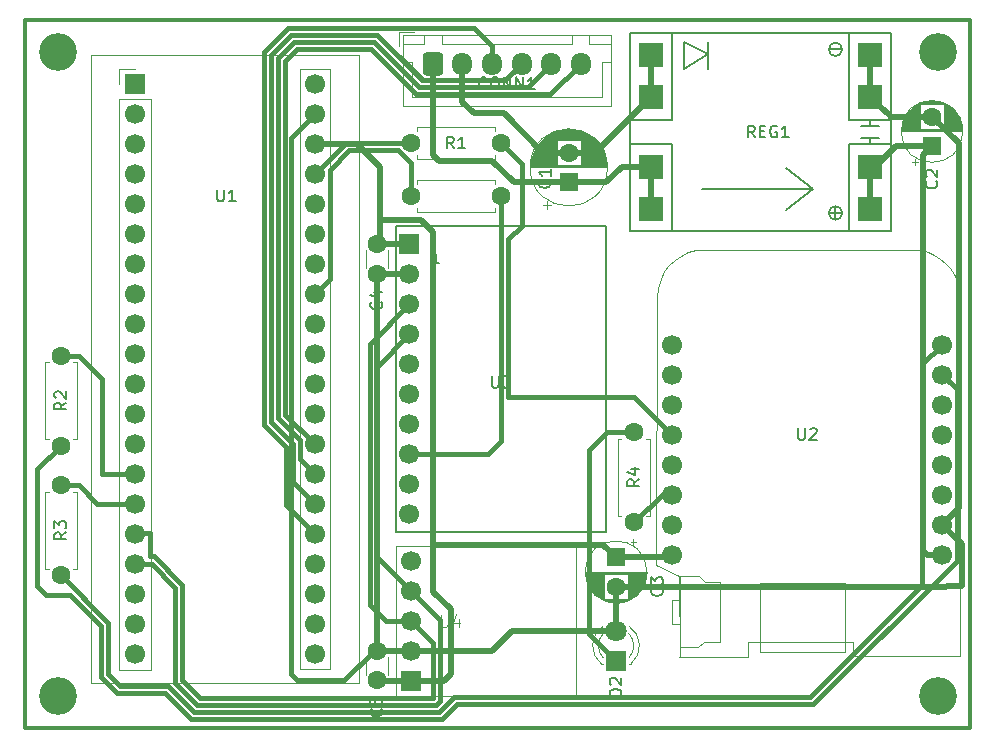
<source format=gbr>
%TF.GenerationSoftware,KiCad,Pcbnew,9.0.2*%
%TF.CreationDate,2025-07-11T23:39:46+07:00*%
%TF.ProjectId,CFBoard,4346426f-6172-4642-9e6b-696361645f70,rev?*%
%TF.SameCoordinates,Original*%
%TF.FileFunction,Copper,L2,Bot*%
%TF.FilePolarity,Positive*%
%FSLAX45Y45*%
G04 Gerber Fmt 4.5, Leading zero omitted, Abs format (unit mm)*
G04 Created by KiCad (PCBNEW 9.0.2) date 2025-07-11 23:39:46*
%MOMM*%
%LPD*%
G01*
G04 APERTURE LIST*
G04 Aperture macros list*
%AMRoundRect*
0 Rectangle with rounded corners*
0 $1 Rounding radius*
0 $2 $3 $4 $5 $6 $7 $8 $9 X,Y pos of 4 corners*
0 Add a 4 corners polygon primitive as box body*
4,1,4,$2,$3,$4,$5,$6,$7,$8,$9,$2,$3,0*
0 Add four circle primitives for the rounded corners*
1,1,$1+$1,$2,$3*
1,1,$1+$1,$4,$5*
1,1,$1+$1,$6,$7*
1,1,$1+$1,$8,$9*
0 Add four rect primitives between the rounded corners*
20,1,$1+$1,$2,$3,$4,$5,0*
20,1,$1+$1,$4,$5,$6,$7,0*
20,1,$1+$1,$6,$7,$8,$9,0*
20,1,$1+$1,$8,$9,$2,$3,0*%
G04 Aperture macros list end*
%TA.AperFunction,ComponentPad*%
%ADD10O,1.700000X1.950000*%
%TD*%
%TA.AperFunction,ComponentPad*%
%ADD11RoundRect,0.250000X-0.600000X-0.725000X0.600000X-0.725000X0.600000X0.725000X-0.600000X0.725000X0*%
%TD*%
%TA.AperFunction,ComponentPad*%
%ADD12C,1.600000*%
%TD*%
%TA.AperFunction,ComponentPad*%
%ADD13R,2.000000X2.000000*%
%TD*%
%TA.AperFunction,ComponentPad*%
%ADD14R,1.700000X1.700000*%
%TD*%
%TA.AperFunction,ComponentPad*%
%ADD15C,1.700000*%
%TD*%
%TA.AperFunction,ComponentPad*%
%ADD16RoundRect,0.250000X-0.550000X0.550000X-0.550000X-0.550000X0.550000X-0.550000X0.550000X0.550000X0*%
%TD*%
%TA.AperFunction,ComponentPad*%
%ADD17RoundRect,0.250000X0.550000X-0.550000X0.550000X0.550000X-0.550000X0.550000X-0.550000X-0.550000X0*%
%TD*%
%TA.AperFunction,ComponentPad*%
%ADD18R,1.800000X1.800000*%
%TD*%
%TA.AperFunction,ComponentPad*%
%ADD19C,1.800000*%
%TD*%
%TA.AperFunction,ViaPad*%
%ADD20C,0.600000*%
%TD*%
%TA.AperFunction,Conductor*%
%ADD21C,0.500000*%
%TD*%
%TA.AperFunction,Conductor*%
%ADD22C,0.400000*%
%TD*%
%ADD23O,1.700000X1.950000*%
%ADD24RoundRect,0.250000X-0.600000X-0.725000X0.600000X-0.725000X0.600000X0.725000X-0.600000X0.725000X0*%
%ADD25C,3.200000*%
%ADD26C,1.600000*%
%ADD27R,2.000000X2.000000*%
%ADD28R,1.700000X1.700000*%
%ADD29C,1.700000*%
%ADD30RoundRect,0.250000X-0.550000X0.550000X-0.550000X-0.550000X0.550000X-0.550000X0.550000X0.550000X0*%
%ADD31RoundRect,0.250000X0.550000X-0.550000X0.550000X0.550000X-0.550000X0.550000X-0.550000X-0.550000X0*%
%ADD32R,1.800000X1.800000*%
%ADD33C,1.800000*%
%TA.AperFunction,Conductor*%
%ADD34C,0.200000*%
%TD*%
%ADD35C,0.150000*%
%ADD36C,0.100000*%
%ADD37C,0.120000*%
%TA.AperFunction,Profile*%
%ADD38C,0.300000*%
%TD*%
G04 APERTURE END LIST*
D10*
%TO.P,CONN1,6,Signal_4*%
%TO.N,Net-(CONN1-Signal_4)*%
X15514900Y-8199550D03*
%TO.P,CONN1,5,Signal_3*%
%TO.N,Net-(CONN1-Signal_3)*%
X15264900Y-8199550D03*
%TO.P,CONN1,4,Signal_2*%
%TO.N,Net-(CONN1-Signal_2)*%
X15014900Y-8199550D03*
%TO.P,CONN1,3,Signal_1*%
%TO.N,Net-(CONN1-Signal_1)*%
X14764900Y-8199550D03*
%TO.P,CONN1,2,GND*%
%TO.N,Net-(CONN1-GND)*%
X14514900Y-8199550D03*
D11*
%TO.P,CONN1,1,VIN*%
%TO.N,Net-(CONN1-VIN)*%
X14264900Y-8199550D03*
%TD*%
D12*
%TO.P,C4,1*%
%TO.N,Net-(U2-3.3V)*%
X13789900Y-9724550D03*
%TO.P,C4,2*%
%TO.N,Net-(D2-A)*%
X13789900Y-9974550D03*
%TD*%
%TO.P,R4,1*%
%TO.N,Net-(D2-K)*%
X15964900Y-11317550D03*
%TO.P,R4,2*%
%TO.N,Net-(U2-D7)*%
X15964900Y-12079550D03*
%TD*%
%TO.P,R1,1*%
%TO.N,Net-(U2-D5)*%
X14839900Y-8867550D03*
%TO.P,R1,2*%
%TO.N,Net-(U1-RST)*%
X14077900Y-8867550D03*
%TD*%
%TO.P,R2,1*%
%TO.N,Net-(U1-PB6)*%
X11114900Y-10667550D03*
%TO.P,R2,2*%
%TO.N,Net-(U2-Rx)*%
X11114900Y-11429550D03*
%TD*%
D13*
%TO.P,REG1,1,VIN+*%
%TO.N,Net-(CONN1-VIN)*%
X16110700Y-9074550D03*
X16110700Y-9424550D03*
%TO.P,REG1,2,VIN-*%
%TO.N,Net-(CONN1-GND)*%
X16110700Y-8124550D03*
X16110700Y-8474550D03*
%TO.P,REG1,3,VOUT+*%
%TO.N,Net-(REG1-VOUT+)*%
X17964900Y-9074550D03*
X17964900Y-9424550D03*
%TO.P,REG1,4,VOUT-*%
%TO.N,Net-(D2-A)*%
X17964900Y-8124550D03*
X17964900Y-8474550D03*
%TD*%
D14*
%TO.P,U4,1,VIN*%
%TO.N,Net-(U2-3.3V)*%
X14079900Y-13425550D03*
D15*
%TO.P,U4,2,GND*%
%TO.N,Net-(D2-A)*%
X14079900Y-13171550D03*
%TO.P,U4,3,SCL*%
%TO.N,Net-(U1-PB8)*%
X14079900Y-12917550D03*
%TO.P,U4,4,SDA*%
%TO.N,Net-(U1-PB9)*%
X14079900Y-12663550D03*
%TO.P,U4,5,NC*%
%TO.N,unconnected-(U4-NC-Pad5)*%
X14079900Y-12409550D03*
%TD*%
D16*
%TO.P,C3,1*%
%TO.N,Net-(U2-3.3V)*%
X15814900Y-12374550D03*
D12*
%TO.P,C3,2*%
%TO.N,Net-(D2-A)*%
X15814900Y-12624550D03*
%TD*%
D14*
%TO.P,U1,1,PB12*%
%TO.N,unconnected-(U1-PB12-Pad1)*%
X11740900Y-8370550D03*
D15*
%TO.P,U1,2,PB13*%
%TO.N,unconnected-(U1-PB13-Pad2)*%
X11740900Y-8624550D03*
%TO.P,U1,3,PB14*%
%TO.N,unconnected-(U1-PB14-Pad3)*%
X11740900Y-8878550D03*
%TO.P,U1,4,PB15*%
%TO.N,unconnected-(U1-PB15-Pad4)*%
X11740900Y-9132550D03*
%TO.P,U1,5,PA8*%
%TO.N,unconnected-(U1-PA8-Pad5)*%
X11740900Y-9386550D03*
%TO.P,U1,6,PA9*%
%TO.N,unconnected-(U1-PA9-Pad6)*%
X11740900Y-9640550D03*
%TO.P,U1,7,PA10*%
%TO.N,unconnected-(U1-PA10-Pad7)*%
X11740900Y-9894550D03*
%TO.P,U1,8,PA11*%
%TO.N,unconnected-(U1-PA11-Pad8)*%
X11740900Y-10148550D03*
%TO.P,U1,9,PA12*%
%TO.N,unconnected-(U1-PA12-Pad9)*%
X11740900Y-10402550D03*
%TO.P,U1,10,PA15*%
%TO.N,unconnected-(U1-PA15-Pad10)*%
X11740900Y-10656550D03*
%TO.P,U1,11,PB3*%
%TO.N,unconnected-(U1-PB3-Pad11)*%
X11740900Y-10910550D03*
%TO.P,U1,12,PB4*%
%TO.N,unconnected-(U1-PB4-Pad12)*%
X11740900Y-11164550D03*
%TO.P,U1,13,PB5*%
%TO.N,unconnected-(U1-PB5-Pad13)*%
X11740900Y-11418550D03*
%TO.P,U1,14,PB6*%
%TO.N,Net-(U1-PB6)*%
X11740900Y-11672550D03*
%TO.P,U1,15,PB7*%
%TO.N,Net-(U1-PB7)*%
X11740900Y-11926550D03*
%TO.P,U1,16,PB8*%
%TO.N,Net-(U1-PB8)*%
X11740900Y-12180550D03*
%TO.P,U1,17,PB9*%
%TO.N,Net-(U1-PB9)*%
X11740900Y-12434550D03*
%TO.P,U1,18,5V*%
%TO.N,unconnected-(U1-5V-Pad18)*%
X11740900Y-12688550D03*
%TO.P,U1,19,GND*%
%TO.N,unconnected-(U1-GND-Pad19)*%
X11740900Y-12942550D03*
%TO.P,U1,20,3V3*%
%TO.N,unconnected-(U1-3V3-Pad20)*%
X11740900Y-13196550D03*
%TO.P,U1,21,VBat*%
%TO.N,unconnected-(U1-VBat-Pad21)*%
X13264900Y-13196550D03*
%TO.P,U1,22,PC13*%
%TO.N,unconnected-(U1-PC13-Pad22)*%
X13264900Y-12942550D03*
%TO.P,U1,23,PC14*%
%TO.N,unconnected-(U1-PC14-Pad23)*%
X13264900Y-12688550D03*
%TO.P,U1,24,PC15*%
%TO.N,unconnected-(U1-PC15-Pad24)*%
X13264900Y-12434550D03*
%TO.P,U1,25,PA0*%
%TO.N,Net-(CONN1-Signal_1)*%
X13264900Y-12180550D03*
%TO.P,U1,26,PA1*%
%TO.N,Net-(CONN1-Signal_2)*%
X13264900Y-11926550D03*
%TO.P,U1,27,PA2*%
%TO.N,Net-(CONN1-Signal_3)*%
X13264900Y-11672550D03*
%TO.P,U1,28,PA3*%
%TO.N,Net-(CONN1-Signal_4)*%
X13264900Y-11418550D03*
%TO.P,U1,29,PA4*%
%TO.N,unconnected-(U1-PA4-Pad29)*%
X13264900Y-11164550D03*
%TO.P,U1,30,PA5*%
%TO.N,unconnected-(U1-PA5-Pad30)*%
X13264900Y-10910550D03*
%TO.P,U1,31,PA6*%
%TO.N,unconnected-(U1-PA6-Pad31)*%
X13264900Y-10656550D03*
%TO.P,U1,32,PA7*%
%TO.N,unconnected-(U1-PA7-Pad32)*%
X13264900Y-10402550D03*
%TO.P,U1,33,PB0*%
%TO.N,Net-(U1-PB0)*%
X13264900Y-10148550D03*
%TO.P,U1,34,PB1*%
%TO.N,unconnected-(U1-PB1-Pad34)*%
X13264900Y-9894550D03*
%TO.P,U1,35,PB10*%
%TO.N,unconnected-(U1-PB10-Pad35)*%
X13264900Y-9640550D03*
%TO.P,U1,36,PB11*%
%TO.N,unconnected-(U1-PB11-Pad36)*%
X13264900Y-9386550D03*
%TO.P,U1,37,RST*%
%TO.N,Net-(U1-RST)*%
X13264900Y-9132550D03*
%TO.P,U1,38,3V3*%
%TO.N,Net-(U2-3.3V)*%
X13264900Y-8878550D03*
%TO.P,U1,39,GND*%
%TO.N,Net-(D2-A)*%
X13264900Y-8624550D03*
%TO.P,U1,40,GND*%
%TO.N,unconnected-(U1-GND-Pad40)*%
X13264900Y-8370550D03*
%TD*%
D17*
%TO.P,C2,1*%
%TO.N,Net-(REG1-VOUT+)*%
X18489900Y-8895061D03*
D12*
%TO.P,C2,2*%
%TO.N,Net-(D2-A)*%
X18489900Y-8645061D03*
%TD*%
D17*
%TO.P,C1,1*%
%TO.N,Net-(CONN1-VIN)*%
X15414900Y-9199550D03*
D12*
%TO.P,C1,2*%
%TO.N,Net-(CONN1-GND)*%
X15414900Y-8949550D03*
%TD*%
%TO.P,R3,1*%
%TO.N,Net-(U1-PB7)*%
X11114900Y-11767550D03*
%TO.P,R3,2*%
%TO.N,Net-(U2-Tx)*%
X11114900Y-12529550D03*
%TD*%
D18*
%TO.P,D2,1,K*%
%TO.N,Net-(D2-K)*%
X15814900Y-13251550D03*
D19*
%TO.P,D2,2,A*%
%TO.N,Net-(D2-A)*%
X15814900Y-12997550D03*
%TD*%
D15*
%TO.P,U2,1,5V*%
%TO.N,Net-(REG1-VOUT+)*%
X18575900Y-12352550D03*
%TO.P,U2,2,GND*%
%TO.N,Net-(D2-A)*%
X18575900Y-12098550D03*
%TO.P,U2,3,D4*%
%TO.N,unconnected-(U2-D4-Pad3)*%
X18575900Y-11844550D03*
%TO.P,U2,4,D3*%
%TO.N,unconnected-(U2-D3-Pad4)*%
X18575900Y-11590550D03*
%TO.P,U2,5,D2*%
%TO.N,unconnected-(U2-D2-Pad5)*%
X18575900Y-11336550D03*
%TO.P,U2,6,D1*%
%TO.N,unconnected-(U2-D1-Pad6)*%
X18575900Y-11082550D03*
%TO.P,U2,7,Rx*%
%TO.N,Net-(U2-Rx)*%
X18575900Y-10828550D03*
%TO.P,U2,8,Tx*%
%TO.N,Net-(U2-Tx)*%
X18575900Y-10574550D03*
%TO.P,U2,9,Rst*%
%TO.N,unconnected-(U2-Rst-Pad9)*%
X16289900Y-10574550D03*
%TO.P,U2,10,A0*%
%TO.N,unconnected-(U2-A0-Pad10)*%
X16289900Y-10828550D03*
%TO.P,U2,11,D0*%
%TO.N,unconnected-(U2-D0-Pad11)*%
X16289900Y-11082550D03*
%TO.P,U2,12,D5*%
%TO.N,Net-(U2-D5)*%
X16289900Y-11336550D03*
%TO.P,U2,13,D6*%
%TO.N,unconnected-(U2-D6-Pad13)*%
X16289900Y-11590550D03*
%TO.P,U2,14,D7*%
%TO.N,Net-(U2-D7)*%
X16289900Y-11844550D03*
%TO.P,U2,15,D8*%
%TO.N,unconnected-(U2-D8-Pad15)*%
X16289900Y-12098550D03*
%TO.P,U2,16,3.3V*%
%TO.N,Net-(U2-3.3V)*%
X16289900Y-12352550D03*
%TD*%
D12*
%TO.P,R5,1*%
%TO.N,Net-(U3-INT)*%
X14839900Y-9317550D03*
%TO.P,R5,2*%
%TO.N,Net-(U1-PB0)*%
X14077900Y-9317550D03*
%TD*%
%TO.P,C5,1*%
%TO.N,Net-(D2-A)*%
X13789900Y-13167550D03*
%TO.P,C5,2*%
%TO.N,Net-(U2-3.3V)*%
X13789900Y-13417550D03*
%TD*%
D14*
%TO.P,U3,1,VIN*%
%TO.N,Net-(U2-3.3V)*%
X14064900Y-9724550D03*
D15*
%TO.P,U3,2,GND*%
%TO.N,Net-(D2-A)*%
X14064900Y-9978550D03*
%TO.P,U3,3,SCL*%
%TO.N,Net-(U1-PB8)*%
X14064900Y-10232550D03*
%TO.P,U3,4,SDA*%
%TO.N,Net-(U1-PB9)*%
X14064900Y-10486550D03*
%TO.P,U3,5,EDA*%
%TO.N,unconnected-(U3-EDA-Pad5)*%
X14064900Y-10740550D03*
%TO.P,U3,6,ECL*%
%TO.N,unconnected-(U3-ECL-Pad6)*%
X14064900Y-10994550D03*
%TO.P,U3,7,AD0*%
%TO.N,unconnected-(U3-AD0-Pad7)*%
X14064900Y-11248550D03*
%TO.P,U3,8,INT*%
%TO.N,Net-(U3-INT)*%
X14064900Y-11502550D03*
%TO.P,U3,9,NCS*%
%TO.N,unconnected-(U3-NCS-Pad9)*%
X14064900Y-11756550D03*
%TO.P,U3,10,FSYNC*%
%TO.N,unconnected-(U3-FSYNC-Pad10)*%
X14064900Y-12010550D03*
%TD*%
D20*
%TO.N,Net-(U2-3.3V)*%
X14414900Y-13017550D03*
X14414900Y-13317550D03*
%TD*%
D21*
%TO.N,Net-(CONN1-VIN)*%
X15732900Y-9199550D02*
X15864900Y-9067550D01*
X15414900Y-9199550D02*
X15732900Y-9199550D01*
X15864900Y-9067550D02*
X15871900Y-9074550D01*
X15871900Y-9074550D02*
X16110700Y-9074550D01*
%TO.N,Net-(CONN1-GND)*%
X15414900Y-8949550D02*
X15635700Y-8949550D01*
X15635700Y-8949550D02*
X16110700Y-8474550D01*
X14514900Y-8199550D02*
X14514900Y-8517550D01*
X14514900Y-8517550D02*
X14614900Y-8617550D01*
X14614900Y-8617550D02*
X14864900Y-8617550D01*
X14864900Y-8617550D02*
X15196900Y-8949550D01*
X15196900Y-8949550D02*
X15414900Y-8949550D01*
%TO.N,Net-(CONN1-VIN)*%
X14264900Y-8967550D02*
X14314900Y-9017550D01*
X14946900Y-9199550D02*
X15414900Y-9199550D01*
X14264900Y-8199550D02*
X14264900Y-8967550D01*
X14764900Y-9017550D02*
X14946900Y-9199550D01*
X14314900Y-9017550D02*
X14764900Y-9017550D01*
X16110700Y-9424550D02*
X16110700Y-9074550D01*
%TO.N,Net-(CONN1-GND)*%
X16103700Y-8117550D02*
X16110700Y-8124550D01*
X16110700Y-8124550D02*
X16110700Y-8474550D01*
%TO.N,Net-(D2-A)*%
X13789900Y-9974550D02*
X13789900Y-13167550D01*
X18575900Y-12098550D02*
X18739800Y-12262450D01*
D22*
X13064900Y-8824550D02*
X13264900Y-8624550D01*
D21*
X14064900Y-9978550D02*
X13793900Y-9978550D01*
X18107900Y-8617550D02*
X18114900Y-8617550D01*
X18614900Y-12617550D02*
X18607900Y-12624550D01*
X18714900Y-8870061D02*
X18714900Y-11959550D01*
X18114900Y-8617550D02*
X18142411Y-8645061D01*
X14075900Y-13167550D02*
X14079900Y-13171550D01*
X14760900Y-13171550D02*
X14079900Y-13171550D01*
X18142411Y-8645061D02*
X18489900Y-8645061D01*
D22*
X13789900Y-13167550D02*
X13764900Y-13167550D01*
D21*
X14934900Y-12997550D02*
X14760900Y-13171550D01*
X13793900Y-9978550D02*
X13789900Y-9974550D01*
X18489900Y-8645061D02*
X18714900Y-8870061D01*
X18607900Y-12624550D02*
X15814900Y-12624550D01*
X13814900Y-13167550D02*
X14075900Y-13167550D01*
X15814900Y-12624550D02*
X15814900Y-12997550D01*
X17964900Y-8124550D02*
X17964900Y-8474550D01*
D22*
X13764900Y-13167550D02*
X13514900Y-13417550D01*
X13114900Y-13417550D02*
X13064900Y-13367550D01*
X13064900Y-13367550D02*
X13064900Y-8824550D01*
D21*
X17964900Y-8474550D02*
X18107900Y-8617550D01*
X15814900Y-12997550D02*
X14934900Y-12997550D01*
X18739800Y-12262450D02*
X18739800Y-12617550D01*
X18739800Y-12617550D02*
X18614900Y-12617550D01*
X18714900Y-11959550D02*
X18575900Y-12098550D01*
D22*
X13514900Y-13417550D02*
X13114900Y-13417550D01*
D21*
%TO.N,Net-(U2-3.3V)*%
X14264900Y-12667550D02*
X14264900Y-12267550D01*
X13814900Y-9067550D02*
X13625900Y-8878550D01*
X13625900Y-8878550D02*
X13264900Y-8878550D01*
X16267900Y-12374550D02*
X16289900Y-12352550D01*
X14164900Y-9517550D02*
X13814900Y-9517550D01*
X13814900Y-9517550D02*
X13814900Y-9699550D01*
X14079900Y-13425550D02*
X13822900Y-13425550D01*
X14414900Y-13017550D02*
X14414900Y-12817550D01*
X14414900Y-13367550D02*
X14414900Y-13317550D01*
X15707900Y-12267550D02*
X14264900Y-12267550D01*
X14264900Y-9617550D02*
X14164900Y-9517550D01*
X13822900Y-13425550D02*
X13814900Y-13417550D01*
X13789900Y-9724550D02*
X14064900Y-9724550D01*
X14079900Y-13425550D02*
X14356900Y-13425550D01*
X14264900Y-12017550D02*
X14264900Y-9617550D01*
X13814900Y-9517550D02*
X13814900Y-9067550D01*
X15814900Y-12374550D02*
X16267900Y-12374550D01*
X14264900Y-12267550D02*
X14264900Y-12017550D01*
X14414900Y-12817550D02*
X14264900Y-12667550D01*
X15814900Y-12374550D02*
X15707900Y-12267550D01*
X13814900Y-9699550D02*
X13789900Y-9724550D01*
X14356900Y-13425550D02*
X14414900Y-13367550D01*
%TO.N,Net-(REG1-VOUT+)*%
X18449900Y-12352550D02*
X18575900Y-12352550D01*
X17964900Y-9074550D02*
X18007900Y-9074550D01*
X18187389Y-8895061D02*
X18489900Y-8895061D01*
X17964900Y-9424550D02*
X17964900Y-9074550D01*
X18489900Y-8895061D02*
X18414900Y-8970061D01*
X18414900Y-8970061D02*
X18414900Y-12317550D01*
X18007900Y-9074550D02*
X18187389Y-8895061D01*
X18414900Y-12317550D02*
X18449900Y-12352550D01*
%TD*%
D23*
%TO.C,CONN1*%
X15514900Y-8199550D03*
X15264900Y-8199550D03*
X15014900Y-8199550D03*
X14764900Y-8199550D03*
X14514900Y-8199550D03*
D24*
X14264900Y-8199550D03*
%TD*%
D25*
%TO.C,REF\u002A\u002A*%
X11089900Y-13549550D03*
%TD*%
D26*
%TO.C,C4*%
X13789900Y-9724550D03*
X13789900Y-9974550D03*
%TD*%
%TO.C,R4*%
X15964900Y-11317550D03*
X15964900Y-12079550D03*
%TD*%
D25*
%TO.C,REF\u002A\u002A*%
X18539900Y-8099550D03*
%TD*%
D26*
%TO.C,R1*%
X14839900Y-8867550D03*
X14077900Y-8867550D03*
%TD*%
%TO.C,R2*%
X11114900Y-10667550D03*
X11114900Y-11429550D03*
%TD*%
D27*
%TO.C,REG1*%
X16110700Y-9074550D03*
X16110700Y-9424550D03*
X16110700Y-8124550D03*
X16110700Y-8474550D03*
X17964900Y-9074550D03*
X17964900Y-9424550D03*
X17964900Y-8124550D03*
X17964900Y-8474550D03*
%TD*%
D28*
%TO.C,U4*%
X14079900Y-13425550D03*
D29*
X14079900Y-13171550D03*
X14079900Y-12917550D03*
X14079900Y-12663550D03*
X14079900Y-12409550D03*
%TD*%
D30*
%TO.C,C3*%
X15814900Y-12374550D03*
D26*
X15814900Y-12624550D03*
%TD*%
D25*
%TO.C,REF\u002A\u002A*%
X11089900Y-8099550D03*
%TD*%
D28*
%TO.C,U1*%
X11740900Y-8370550D03*
D29*
X11740900Y-8624550D03*
X11740900Y-8878550D03*
X11740900Y-9132550D03*
X11740900Y-9386550D03*
X11740900Y-9640550D03*
X11740900Y-9894550D03*
X11740900Y-10148550D03*
X11740900Y-10402550D03*
X11740900Y-10656550D03*
X11740900Y-10910550D03*
X11740900Y-11164550D03*
X11740900Y-11418550D03*
X11740900Y-11672550D03*
X11740900Y-11926550D03*
X11740900Y-12180550D03*
X11740900Y-12434550D03*
X11740900Y-12688550D03*
X11740900Y-12942550D03*
X11740900Y-13196550D03*
X13264900Y-13196550D03*
X13264900Y-12942550D03*
X13264900Y-12688550D03*
X13264900Y-12434550D03*
X13264900Y-12180550D03*
X13264900Y-11926550D03*
X13264900Y-11672550D03*
X13264900Y-11418550D03*
X13264900Y-11164550D03*
X13264900Y-10910550D03*
X13264900Y-10656550D03*
X13264900Y-10402550D03*
X13264900Y-10148550D03*
X13264900Y-9894550D03*
X13264900Y-9640550D03*
X13264900Y-9386550D03*
X13264900Y-9132550D03*
X13264900Y-8878550D03*
X13264900Y-8624550D03*
X13264900Y-8370550D03*
%TD*%
D31*
%TO.C,C2*%
X18489900Y-8895061D03*
D26*
X18489900Y-8645061D03*
%TD*%
D31*
%TO.C,C1*%
X15414900Y-9199550D03*
D26*
X15414900Y-8949550D03*
%TD*%
%TO.C,R3*%
X11114900Y-11767550D03*
X11114900Y-12529550D03*
%TD*%
D32*
%TO.C,D2*%
X15814900Y-13251550D03*
D33*
X15814900Y-12997550D03*
%TD*%
D29*
%TO.C,U2*%
X18575900Y-12352550D03*
X18575900Y-12098550D03*
X18575900Y-11844550D03*
X18575900Y-11590550D03*
X18575900Y-11336550D03*
X18575900Y-11082550D03*
X18575900Y-10828550D03*
X18575900Y-10574550D03*
X16289900Y-10574550D03*
X16289900Y-10828550D03*
X16289900Y-11082550D03*
X16289900Y-11336550D03*
X16289900Y-11590550D03*
X16289900Y-11844550D03*
X16289900Y-12098550D03*
X16289900Y-12352550D03*
%TD*%
D26*
%TO.C,R5*%
X14839900Y-9317550D03*
X14077900Y-9317550D03*
%TD*%
%TO.C,C5*%
X13789900Y-13167550D03*
X13789900Y-13417550D03*
%TD*%
D28*
%TO.C,U3*%
X14064900Y-9724550D03*
D29*
X14064900Y-9978550D03*
X14064900Y-10232550D03*
X14064900Y-10486550D03*
X14064900Y-10740550D03*
X14064900Y-10994550D03*
X14064900Y-11248550D03*
X14064900Y-11502550D03*
X14064900Y-11756550D03*
X14064900Y-12010550D03*
%TD*%
D25*
%TO.C,REF\u002A\u002A*%
X18539900Y-13549550D03*
%TD*%
D10*
%TO.P,CONN1,6,Signal_4*%
%TO.N,Net-(CONN1-Signal_4)*%
X15514900Y-8199550D03*
%TO.P,CONN1,5,Signal_3*%
%TO.N,Net-(CONN1-Signal_3)*%
X15264900Y-8199550D03*
%TO.P,CONN1,4,Signal_2*%
%TO.N,Net-(CONN1-Signal_2)*%
X15014900Y-8199550D03*
%TO.P,CONN1,3,Signal_1*%
%TO.N,Net-(CONN1-Signal_1)*%
X14764900Y-8199550D03*
%TO.P,CONN1,2,GND*%
%TO.N,Net-(CONN1-GND)*%
X14514900Y-8199550D03*
D11*
%TO.P,CONN1,1,VIN*%
%TO.N,Net-(CONN1-VIN)*%
X14264900Y-8199550D03*
%TD*%
D12*
%TO.P,C4,1*%
%TO.N,Net-(U2-3.3V)*%
X13789900Y-9724550D03*
%TO.P,C4,2*%
%TO.N,Net-(D2-A)*%
X13789900Y-9974550D03*
%TD*%
%TO.P,R4,1*%
%TO.N,Net-(D2-K)*%
X15964900Y-11317550D03*
%TO.P,R4,2*%
%TO.N,Net-(U2-D7)*%
X15964900Y-12079550D03*
%TD*%
%TO.P,R1,1*%
%TO.N,Net-(U2-D5)*%
X14839900Y-8867550D03*
%TO.P,R1,2*%
%TO.N,Net-(U1-RST)*%
X14077900Y-8867550D03*
%TD*%
%TO.P,R2,1*%
%TO.N,Net-(U1-PB6)*%
X11114900Y-10667550D03*
%TO.P,R2,2*%
%TO.N,Net-(U2-Rx)*%
X11114900Y-11429550D03*
%TD*%
D13*
%TO.P,REG1,1,VIN+*%
%TO.N,Net-(CONN1-VIN)*%
X16110700Y-9074550D03*
X16110700Y-9424550D03*
%TO.P,REG1,2,VIN-*%
%TO.N,Net-(CONN1-GND)*%
X16110700Y-8124550D03*
X16110700Y-8474550D03*
%TO.P,REG1,3,VOUT+*%
%TO.N,Net-(REG1-VOUT+)*%
X17964900Y-9074550D03*
X17964900Y-9424550D03*
%TO.P,REG1,4,VOUT-*%
%TO.N,Net-(D2-A)*%
X17964900Y-8124550D03*
X17964900Y-8474550D03*
%TD*%
D14*
%TO.P,U4,1,VIN*%
%TO.N,Net-(U2-3.3V)*%
X14079900Y-13425550D03*
D15*
%TO.P,U4,2,GND*%
%TO.N,Net-(D2-A)*%
X14079900Y-13171550D03*
%TO.P,U4,3,SCL*%
%TO.N,Net-(U1-PB8)*%
X14079900Y-12917550D03*
%TO.P,U4,4,SDA*%
%TO.N,Net-(U1-PB9)*%
X14079900Y-12663550D03*
%TO.P,U4,5,NC*%
%TO.N,unconnected-(U4-NC-Pad5)*%
X14079900Y-12409550D03*
%TD*%
D16*
%TO.P,C3,1*%
%TO.N,Net-(U2-3.3V)*%
X15814900Y-12374550D03*
D12*
%TO.P,C3,2*%
%TO.N,Net-(D2-A)*%
X15814900Y-12624550D03*
%TD*%
D14*
%TO.P,U1,1,PB12*%
%TO.N,unconnected-(U1-PB12-Pad1)*%
X11740900Y-8370550D03*
D15*
%TO.P,U1,2,PB13*%
%TO.N,unconnected-(U1-PB13-Pad2)*%
X11740900Y-8624550D03*
%TO.P,U1,3,PB14*%
%TO.N,unconnected-(U1-PB14-Pad3)*%
X11740900Y-8878550D03*
%TO.P,U1,4,PB15*%
%TO.N,unconnected-(U1-PB15-Pad4)*%
X11740900Y-9132550D03*
%TO.P,U1,5,PA8*%
%TO.N,unconnected-(U1-PA8-Pad5)*%
X11740900Y-9386550D03*
%TO.P,U1,6,PA9*%
%TO.N,unconnected-(U1-PA9-Pad6)*%
X11740900Y-9640550D03*
%TO.P,U1,7,PA10*%
%TO.N,unconnected-(U1-PA10-Pad7)*%
X11740900Y-9894550D03*
%TO.P,U1,8,PA11*%
%TO.N,unconnected-(U1-PA11-Pad8)*%
X11740900Y-10148550D03*
%TO.P,U1,9,PA12*%
%TO.N,unconnected-(U1-PA12-Pad9)*%
X11740900Y-10402550D03*
%TO.P,U1,10,PA15*%
%TO.N,unconnected-(U1-PA15-Pad10)*%
X11740900Y-10656550D03*
%TO.P,U1,11,PB3*%
%TO.N,unconnected-(U1-PB3-Pad11)*%
X11740900Y-10910550D03*
%TO.P,U1,12,PB4*%
%TO.N,unconnected-(U1-PB4-Pad12)*%
X11740900Y-11164550D03*
%TO.P,U1,13,PB5*%
%TO.N,unconnected-(U1-PB5-Pad13)*%
X11740900Y-11418550D03*
%TO.P,U1,14,PB6*%
%TO.N,Net-(U1-PB6)*%
X11740900Y-11672550D03*
%TO.P,U1,15,PB7*%
%TO.N,Net-(U1-PB7)*%
X11740900Y-11926550D03*
%TO.P,U1,16,PB8*%
%TO.N,Net-(U1-PB8)*%
X11740900Y-12180550D03*
%TO.P,U1,17,PB9*%
%TO.N,Net-(U1-PB9)*%
X11740900Y-12434550D03*
%TO.P,U1,18,5V*%
%TO.N,unconnected-(U1-5V-Pad18)*%
X11740900Y-12688550D03*
%TO.P,U1,19,GND*%
%TO.N,unconnected-(U1-GND-Pad19)*%
X11740900Y-12942550D03*
%TO.P,U1,20,3V3*%
%TO.N,unconnected-(U1-3V3-Pad20)*%
X11740900Y-13196550D03*
%TO.P,U1,21,VBat*%
%TO.N,unconnected-(U1-VBat-Pad21)*%
X13264900Y-13196550D03*
%TO.P,U1,22,PC13*%
%TO.N,unconnected-(U1-PC13-Pad22)*%
X13264900Y-12942550D03*
%TO.P,U1,23,PC14*%
%TO.N,unconnected-(U1-PC14-Pad23)*%
X13264900Y-12688550D03*
%TO.P,U1,24,PC15*%
%TO.N,unconnected-(U1-PC15-Pad24)*%
X13264900Y-12434550D03*
%TO.P,U1,25,PA0*%
%TO.N,Net-(CONN1-Signal_1)*%
X13264900Y-12180550D03*
%TO.P,U1,26,PA1*%
%TO.N,Net-(CONN1-Signal_2)*%
X13264900Y-11926550D03*
%TO.P,U1,27,PA2*%
%TO.N,Net-(CONN1-Signal_3)*%
X13264900Y-11672550D03*
%TO.P,U1,28,PA3*%
%TO.N,Net-(CONN1-Signal_4)*%
X13264900Y-11418550D03*
%TO.P,U1,29,PA4*%
%TO.N,unconnected-(U1-PA4-Pad29)*%
X13264900Y-11164550D03*
%TO.P,U1,30,PA5*%
%TO.N,unconnected-(U1-PA5-Pad30)*%
X13264900Y-10910550D03*
%TO.P,U1,31,PA6*%
%TO.N,unconnected-(U1-PA6-Pad31)*%
X13264900Y-10656550D03*
%TO.P,U1,32,PA7*%
%TO.N,unconnected-(U1-PA7-Pad32)*%
X13264900Y-10402550D03*
%TO.P,U1,33,PB0*%
%TO.N,Net-(U1-PB0)*%
X13264900Y-10148550D03*
%TO.P,U1,34,PB1*%
%TO.N,unconnected-(U1-PB1-Pad34)*%
X13264900Y-9894550D03*
%TO.P,U1,35,PB10*%
%TO.N,unconnected-(U1-PB10-Pad35)*%
X13264900Y-9640550D03*
%TO.P,U1,36,PB11*%
%TO.N,unconnected-(U1-PB11-Pad36)*%
X13264900Y-9386550D03*
%TO.P,U1,37,RST*%
%TO.N,Net-(U1-RST)*%
X13264900Y-9132550D03*
%TO.P,U1,38,3V3*%
%TO.N,Net-(U2-3.3V)*%
X13264900Y-8878550D03*
%TO.P,U1,39,GND*%
%TO.N,Net-(D2-A)*%
X13264900Y-8624550D03*
%TO.P,U1,40,GND*%
%TO.N,unconnected-(U1-GND-Pad40)*%
X13264900Y-8370550D03*
%TD*%
D17*
%TO.P,C2,1*%
%TO.N,Net-(REG1-VOUT+)*%
X18489900Y-8895061D03*
D12*
%TO.P,C2,2*%
%TO.N,Net-(D2-A)*%
X18489900Y-8645061D03*
%TD*%
D17*
%TO.P,C1,1*%
%TO.N,Net-(CONN1-VIN)*%
X15414900Y-9199550D03*
D12*
%TO.P,C1,2*%
%TO.N,Net-(CONN1-GND)*%
X15414900Y-8949550D03*
%TD*%
%TO.P,R3,1*%
%TO.N,Net-(U1-PB7)*%
X11114900Y-11767550D03*
%TO.P,R3,2*%
%TO.N,Net-(U2-Tx)*%
X11114900Y-12529550D03*
%TD*%
D18*
%TO.P,D2,1,K*%
%TO.N,Net-(D2-K)*%
X15814900Y-13251550D03*
D19*
%TO.P,D2,2,A*%
%TO.N,Net-(D2-A)*%
X15814900Y-12997550D03*
%TD*%
D15*
%TO.P,U2,1,5V*%
%TO.N,Net-(REG1-VOUT+)*%
X18575900Y-12352550D03*
%TO.P,U2,2,GND*%
%TO.N,Net-(D2-A)*%
X18575900Y-12098550D03*
%TO.P,U2,3,D4*%
%TO.N,unconnected-(U2-D4-Pad3)*%
X18575900Y-11844550D03*
%TO.P,U2,4,D3*%
%TO.N,unconnected-(U2-D3-Pad4)*%
X18575900Y-11590550D03*
%TO.P,U2,5,D2*%
%TO.N,unconnected-(U2-D2-Pad5)*%
X18575900Y-11336550D03*
%TO.P,U2,6,D1*%
%TO.N,unconnected-(U2-D1-Pad6)*%
X18575900Y-11082550D03*
%TO.P,U2,7,Rx*%
%TO.N,Net-(U2-Rx)*%
X18575900Y-10828550D03*
%TO.P,U2,8,Tx*%
%TO.N,Net-(U2-Tx)*%
X18575900Y-10574550D03*
%TO.P,U2,9,Rst*%
%TO.N,unconnected-(U2-Rst-Pad9)*%
X16289900Y-10574550D03*
%TO.P,U2,10,A0*%
%TO.N,unconnected-(U2-A0-Pad10)*%
X16289900Y-10828550D03*
%TO.P,U2,11,D0*%
%TO.N,unconnected-(U2-D0-Pad11)*%
X16289900Y-11082550D03*
%TO.P,U2,12,D5*%
%TO.N,Net-(U2-D5)*%
X16289900Y-11336550D03*
%TO.P,U2,13,D6*%
%TO.N,unconnected-(U2-D6-Pad13)*%
X16289900Y-11590550D03*
%TO.P,U2,14,D7*%
%TO.N,Net-(U2-D7)*%
X16289900Y-11844550D03*
%TO.P,U2,15,D8*%
%TO.N,unconnected-(U2-D8-Pad15)*%
X16289900Y-12098550D03*
%TO.P,U2,16,3.3V*%
%TO.N,Net-(U2-3.3V)*%
X16289900Y-12352550D03*
%TD*%
D12*
%TO.P,R5,1*%
%TO.N,Net-(U3-INT)*%
X14839900Y-9317550D03*
%TO.P,R5,2*%
%TO.N,Net-(U1-PB0)*%
X14077900Y-9317550D03*
%TD*%
%TO.P,C5,1*%
%TO.N,Net-(D2-A)*%
X13789900Y-13167550D03*
%TO.P,C5,2*%
%TO.N,Net-(U2-3.3V)*%
X13789900Y-13417550D03*
%TD*%
D14*
%TO.P,U3,1,VIN*%
%TO.N,Net-(U2-3.3V)*%
X14064900Y-9724550D03*
D15*
%TO.P,U3,2,GND*%
%TO.N,Net-(D2-A)*%
X14064900Y-9978550D03*
%TO.P,U3,3,SCL*%
%TO.N,Net-(U1-PB8)*%
X14064900Y-10232550D03*
%TO.P,U3,4,SDA*%
%TO.N,Net-(U1-PB9)*%
X14064900Y-10486550D03*
%TO.P,U3,5,EDA*%
%TO.N,unconnected-(U3-EDA-Pad5)*%
X14064900Y-10740550D03*
%TO.P,U3,6,ECL*%
%TO.N,unconnected-(U3-ECL-Pad6)*%
X14064900Y-10994550D03*
%TO.P,U3,7,AD0*%
%TO.N,unconnected-(U3-AD0-Pad7)*%
X14064900Y-11248550D03*
%TO.P,U3,8,INT*%
%TO.N,Net-(U3-INT)*%
X14064900Y-11502550D03*
%TO.P,U3,9,NCS*%
%TO.N,unconnected-(U3-NCS-Pad9)*%
X14064900Y-11756550D03*
%TO.P,U3,10,FSYNC*%
%TO.N,unconnected-(U3-FSYNC-Pad10)*%
X14064900Y-12010550D03*
%TD*%
D20*
%TO.N,Net-(U2-3.3V)*%
X14414900Y-13017550D03*
X14414900Y-13317550D03*
%TD*%
D34*
%TO.N,Net-(CONN1-VIN)*%
X14264900Y-8199550D02*
X14295605Y-8199550D01*
%TO.N,Net-(D2-A)*%
X18594900Y-12117550D02*
X18575900Y-12098550D01*
D22*
%TO.N,Net-(CONN1-Signal_2)*%
X12894700Y-8125162D02*
X12894700Y-11232550D01*
X14177242Y-8337150D02*
X14169494Y-8337150D01*
X14169494Y-8337150D02*
X13787094Y-7954750D01*
X13065112Y-7954750D02*
X12894700Y-8125162D01*
X13079700Y-11741350D02*
X13264900Y-11926550D01*
X14177242Y-8337150D02*
X13794842Y-7954750D01*
X13787094Y-7954750D02*
X13065112Y-7954750D01*
X15014900Y-8199550D02*
X14877300Y-8337150D01*
X12894700Y-11232550D02*
X13079700Y-11417550D01*
X13079700Y-11417550D02*
X13079700Y-11741350D01*
X14877300Y-8337150D02*
X14177242Y-8337150D01*
%TO.N,Net-(CONN1-Signal_3)*%
X13090006Y-8014850D02*
X12954800Y-8150056D01*
X13139800Y-11378444D02*
X13139800Y-11547450D01*
X12954800Y-8150056D02*
X12954800Y-11193444D01*
X15067200Y-8397250D02*
X14144600Y-8397250D01*
X15264900Y-8199550D02*
X15067200Y-8397250D01*
X13139800Y-11547450D02*
X13264900Y-11672550D01*
X12954800Y-11193444D02*
X13139800Y-11378444D01*
X13762200Y-8014850D02*
X13090006Y-8014850D01*
X14144600Y-8397250D02*
X13762200Y-8014850D01*
%TO.N,Net-(CONN1-Signal_4)*%
X13014900Y-11168550D02*
X13264900Y-11418550D01*
X13114900Y-8074950D02*
X13014900Y-8174950D01*
X15257100Y-8457350D02*
X14119706Y-8457350D01*
X15514900Y-8199550D02*
X15257100Y-8457350D01*
X13737306Y-8074950D02*
X13114900Y-8074950D01*
X13014900Y-8174950D02*
X13014900Y-11168550D01*
X14119706Y-8457350D02*
X13737306Y-8074950D01*
%TO.N,Net-(CONN1-Signal_1)*%
X14764900Y-8044650D02*
X14614900Y-7894650D01*
X12834600Y-8100267D02*
X12834600Y-11257444D01*
X14614900Y-7894650D02*
X13040217Y-7894650D01*
X12834600Y-11257444D02*
X13019600Y-11442444D01*
X14764900Y-8199550D02*
X14764900Y-8044650D01*
X13019600Y-11442444D02*
X13019600Y-11935250D01*
X13019600Y-11935250D02*
X13264900Y-12180550D01*
X13040217Y-7894650D02*
X12834600Y-8100267D01*
%TO.N,Net-(D2-K)*%
X15964900Y-11317550D02*
X15739900Y-11317550D01*
X15589900Y-13026550D02*
X15814900Y-13251550D01*
X15739900Y-11317550D02*
X15589900Y-11467550D01*
X15589900Y-11467550D02*
X15589900Y-13026550D01*
%TO.N,Net-(U2-D5)*%
X14839900Y-8867550D02*
X15014900Y-9042550D01*
X15014900Y-9567550D02*
X14900000Y-9682450D01*
X14900000Y-11017550D02*
X15970900Y-11017550D01*
X15970900Y-11017550D02*
X16289900Y-11336550D01*
X14900000Y-9682450D02*
X14900000Y-11017550D01*
X15014900Y-9042550D02*
X15014900Y-9567550D01*
%TO.N,Net-(U1-RST)*%
X13529900Y-8867550D02*
X13264900Y-9132550D01*
X14077900Y-8867550D02*
X13529900Y-8867550D01*
%TO.N,Net-(U2-Rx)*%
X18701000Y-10953650D02*
X18575900Y-10828550D01*
X11590006Y-13527650D02*
X11995017Y-13527650D01*
X11454800Y-12954444D02*
X11454800Y-13392444D01*
X11191403Y-12691047D02*
X11454800Y-12954444D01*
X10914900Y-11629550D02*
X10914900Y-12617550D01*
X14467391Y-13620041D02*
X17485327Y-13620041D01*
X11114900Y-11429550D02*
X10914900Y-11629550D01*
X14339583Y-13747850D02*
X14467391Y-13620041D01*
X11454800Y-13392444D02*
X11590006Y-13527650D01*
X18701000Y-12404368D02*
X18701000Y-10953650D01*
X11995017Y-13527650D02*
X12215217Y-13747850D01*
X17485327Y-13620041D02*
X18701000Y-12404368D01*
X12215217Y-13747850D02*
X14339583Y-13747850D01*
X10914900Y-12617550D02*
X10988397Y-12691047D01*
X10988397Y-12691047D02*
X11191403Y-12691047D01*
%TO.N,Net-(U1-PB6)*%
X11464900Y-10867550D02*
X11464900Y-11667550D01*
X11114900Y-10667550D02*
X11264900Y-10667550D01*
X11264900Y-10667550D02*
X11464900Y-10867550D01*
X11469900Y-11672550D02*
X11740900Y-11672550D01*
X11464900Y-11667550D02*
X11469900Y-11672550D01*
%TO.N,Net-(U2-Tx)*%
X18408862Y-12611512D02*
X18408862Y-10741588D01*
X11114900Y-12529550D02*
X11514900Y-12929550D01*
X12019912Y-13467550D02*
X12240112Y-13687750D01*
X14314688Y-13687750D02*
X14442497Y-13559941D01*
X11514900Y-12929550D02*
X11514900Y-13367550D01*
X11514900Y-13367550D02*
X11614900Y-13467550D01*
X14442497Y-13559941D02*
X17460433Y-13559941D01*
X12240112Y-13687750D02*
X14314688Y-13687750D01*
X11614900Y-13467550D02*
X12019912Y-13467550D01*
X18408862Y-10741588D02*
X18575900Y-10574550D01*
X17460433Y-13559941D02*
X18408862Y-12611512D01*
%TO.N,Net-(U1-PB7)*%
X11264900Y-11767550D02*
X11423900Y-11926550D01*
X11423900Y-11926550D02*
X11740900Y-11926550D01*
X11114900Y-11767550D02*
X11264900Y-11767550D01*
%TO.N,Net-(U2-D7)*%
X16199900Y-11844550D02*
X16289900Y-11844550D01*
X15964900Y-12079550D02*
X16199900Y-11844550D01*
%TO.N,Net-(U1-PB9)*%
X13789900Y-10761550D02*
X13789900Y-12373550D01*
X13789900Y-12373550D02*
X14079900Y-12663550D01*
X12079800Y-12632450D02*
X11881900Y-12434550D01*
X14289794Y-13627650D02*
X12265006Y-13627650D01*
X14079900Y-12663550D02*
X14325000Y-12908650D01*
X11881900Y-12434550D02*
X11740900Y-12434550D01*
X14064900Y-10486550D02*
X13789900Y-10761550D01*
X14325000Y-12908650D02*
X14325000Y-13592444D01*
X12265006Y-13627650D02*
X12079800Y-13442444D01*
X12079800Y-13442444D02*
X12079800Y-12632450D01*
X14325000Y-13592444D02*
X14289794Y-13627650D01*
%TO.N,Net-(U1-PB0)*%
X13390000Y-9092444D02*
X13390000Y-10023450D01*
X14077900Y-9040650D02*
X13964900Y-8927650D01*
X14077900Y-9317550D02*
X14077900Y-9040650D01*
X13390000Y-10023450D02*
X13264900Y-10148550D01*
X13554794Y-8927650D02*
X13390000Y-9092444D01*
X13964900Y-8927650D02*
X13554794Y-8927650D01*
%TO.N,Net-(U1-PB8)*%
X14264900Y-13102550D02*
X14264900Y-13567550D01*
X11899894Y-12367550D02*
X11864900Y-12367550D01*
X13729800Y-12782450D02*
X13864900Y-12917550D01*
X14264900Y-13567550D02*
X12289900Y-13567550D01*
X11864900Y-12367550D02*
X11864900Y-12167550D01*
X13864900Y-12917550D02*
X14079900Y-12917550D01*
X12139900Y-13417550D02*
X12139900Y-12607556D01*
X13729800Y-10567650D02*
X13729800Y-12782450D01*
X11864900Y-12167550D02*
X11753900Y-12167550D01*
X11753900Y-12167550D02*
X11740900Y-12180550D01*
X14064900Y-10232550D02*
X13729800Y-10567650D01*
X14079900Y-12917550D02*
X14264900Y-13102550D01*
X12289900Y-13567550D02*
X12139900Y-13417550D01*
X11777900Y-12180550D02*
X11740900Y-12180550D01*
X12139900Y-12607556D02*
X11899894Y-12367550D01*
D21*
%TO.N,Net-(U2-3.3V)*%
X14414900Y-13317550D02*
X14414900Y-13017550D01*
D34*
%TO.N,Net-(REG1-VOUT+)*%
X17964900Y-9074550D02*
X17964900Y-9017550D01*
X18489900Y-8895061D02*
X18487389Y-8895061D01*
D22*
%TO.N,Net-(U3-INT)*%
X14839900Y-9317550D02*
X14839900Y-11392550D01*
X14729900Y-11502550D02*
X14064900Y-11502550D01*
X14839900Y-11392550D02*
X14729900Y-11502550D01*
%TD*%
D23*
%TO.C,CONN1*%
X15514900Y-8199550D03*
X15264900Y-8199550D03*
X15014900Y-8199550D03*
X14764900Y-8199550D03*
X14514900Y-8199550D03*
D24*
X14264900Y-8199550D03*
%TD*%
D25*
%TO.C,REF\u002A\u002A*%
X11089900Y-13549550D03*
%TD*%
D26*
%TO.C,C4*%
X13789900Y-9724550D03*
X13789900Y-9974550D03*
%TD*%
%TO.C,R4*%
X15964900Y-11317550D03*
X15964900Y-12079550D03*
%TD*%
D25*
%TO.C,REF\u002A\u002A*%
X18539900Y-8099550D03*
%TD*%
D26*
%TO.C,R1*%
X14839900Y-8867550D03*
X14077900Y-8867550D03*
%TD*%
%TO.C,R2*%
X11114900Y-10667550D03*
X11114900Y-11429550D03*
%TD*%
D27*
%TO.C,REG1*%
X16110700Y-9074550D03*
X16110700Y-9424550D03*
X16110700Y-8124550D03*
X16110700Y-8474550D03*
X17964900Y-9074550D03*
X17964900Y-9424550D03*
X17964900Y-8124550D03*
X17964900Y-8474550D03*
%TD*%
D28*
%TO.C,U4*%
X14079900Y-13425550D03*
D29*
X14079900Y-13171550D03*
X14079900Y-12917550D03*
X14079900Y-12663550D03*
X14079900Y-12409550D03*
%TD*%
D30*
%TO.C,C3*%
X15814900Y-12374550D03*
D26*
X15814900Y-12624550D03*
%TD*%
D25*
%TO.C,REF\u002A\u002A*%
X11089900Y-8099550D03*
%TD*%
D28*
%TO.C,U1*%
X11740900Y-8370550D03*
D29*
X11740900Y-8624550D03*
X11740900Y-8878550D03*
X11740900Y-9132550D03*
X11740900Y-9386550D03*
X11740900Y-9640550D03*
X11740900Y-9894550D03*
X11740900Y-10148550D03*
X11740900Y-10402550D03*
X11740900Y-10656550D03*
X11740900Y-10910550D03*
X11740900Y-11164550D03*
X11740900Y-11418550D03*
X11740900Y-11672550D03*
X11740900Y-11926550D03*
X11740900Y-12180550D03*
X11740900Y-12434550D03*
X11740900Y-12688550D03*
X11740900Y-12942550D03*
X11740900Y-13196550D03*
X13264900Y-13196550D03*
X13264900Y-12942550D03*
X13264900Y-12688550D03*
X13264900Y-12434550D03*
X13264900Y-12180550D03*
X13264900Y-11926550D03*
X13264900Y-11672550D03*
X13264900Y-11418550D03*
X13264900Y-11164550D03*
X13264900Y-10910550D03*
X13264900Y-10656550D03*
X13264900Y-10402550D03*
X13264900Y-10148550D03*
X13264900Y-9894550D03*
X13264900Y-9640550D03*
X13264900Y-9386550D03*
X13264900Y-9132550D03*
X13264900Y-8878550D03*
X13264900Y-8624550D03*
X13264900Y-8370550D03*
%TD*%
D31*
%TO.C,C2*%
X18489900Y-8895061D03*
D26*
X18489900Y-8645061D03*
%TD*%
D31*
%TO.C,C1*%
X15414900Y-9199550D03*
D26*
X15414900Y-8949550D03*
%TD*%
%TO.C,R3*%
X11114900Y-11767550D03*
X11114900Y-12529550D03*
%TD*%
D32*
%TO.C,D2*%
X15814900Y-13251550D03*
D33*
X15814900Y-12997550D03*
%TD*%
D29*
%TO.C,U2*%
X18575900Y-12352550D03*
X18575900Y-12098550D03*
X18575900Y-11844550D03*
X18575900Y-11590550D03*
X18575900Y-11336550D03*
X18575900Y-11082550D03*
X18575900Y-10828550D03*
X18575900Y-10574550D03*
X16289900Y-10574550D03*
X16289900Y-10828550D03*
X16289900Y-11082550D03*
X16289900Y-11336550D03*
X16289900Y-11590550D03*
X16289900Y-11844550D03*
X16289900Y-12098550D03*
X16289900Y-12352550D03*
%TD*%
D26*
%TO.C,R5*%
X14839900Y-9317550D03*
X14077900Y-9317550D03*
%TD*%
%TO.C,C5*%
X13789900Y-13167550D03*
X13789900Y-13417550D03*
%TD*%
D28*
%TO.C,U3*%
X14064900Y-9724550D03*
D29*
X14064900Y-9978550D03*
X14064900Y-10232550D03*
X14064900Y-10486550D03*
X14064900Y-10740550D03*
X14064900Y-10994550D03*
X14064900Y-11248550D03*
X14064900Y-11502550D03*
X14064900Y-11756550D03*
X14064900Y-12010550D03*
%TD*%
D25*
%TO.C,REF\u002A\u002A*%
X18539900Y-13549550D03*
%TD*%
D35*
X14716090Y-8403508D02*
X14711328Y-8408270D01*
X14711328Y-8408270D02*
X14697043Y-8413032D01*
X14697043Y-8413032D02*
X14687519Y-8413032D01*
X14687519Y-8413032D02*
X14673233Y-8408270D01*
X14673233Y-8408270D02*
X14663709Y-8398746D01*
X14663709Y-8398746D02*
X14658948Y-8389222D01*
X14658948Y-8389222D02*
X14654186Y-8370175D01*
X14654186Y-8370175D02*
X14654186Y-8355889D01*
X14654186Y-8355889D02*
X14658948Y-8336841D01*
X14658948Y-8336841D02*
X14663709Y-8327318D01*
X14663709Y-8327318D02*
X14673233Y-8317794D01*
X14673233Y-8317794D02*
X14687519Y-8313032D01*
X14687519Y-8313032D02*
X14697043Y-8313032D01*
X14697043Y-8313032D02*
X14711328Y-8317794D01*
X14711328Y-8317794D02*
X14716090Y-8322556D01*
X14777995Y-8313032D02*
X14797043Y-8313032D01*
X14797043Y-8313032D02*
X14806567Y-8317794D01*
X14806567Y-8317794D02*
X14816090Y-8327318D01*
X14816090Y-8327318D02*
X14820852Y-8346365D01*
X14820852Y-8346365D02*
X14820852Y-8379698D01*
X14820852Y-8379698D02*
X14816090Y-8398746D01*
X14816090Y-8398746D02*
X14806567Y-8408270D01*
X14806567Y-8408270D02*
X14797043Y-8413032D01*
X14797043Y-8413032D02*
X14777995Y-8413032D01*
X14777995Y-8413032D02*
X14768471Y-8408270D01*
X14768471Y-8408270D02*
X14758948Y-8398746D01*
X14758948Y-8398746D02*
X14754186Y-8379698D01*
X14754186Y-8379698D02*
X14754186Y-8346365D01*
X14754186Y-8346365D02*
X14758948Y-8327318D01*
X14758948Y-8327318D02*
X14768471Y-8317794D01*
X14768471Y-8317794D02*
X14777995Y-8313032D01*
X14863709Y-8413032D02*
X14863709Y-8313032D01*
X14863709Y-8313032D02*
X14920852Y-8413032D01*
X14920852Y-8413032D02*
X14920852Y-8313032D01*
X14968471Y-8413032D02*
X14968471Y-8313032D01*
X14968471Y-8313032D02*
X15025614Y-8413032D01*
X15025614Y-8413032D02*
X15025614Y-8313032D01*
X15125614Y-8413032D02*
X15068471Y-8413032D01*
X15097043Y-8413032D02*
X15097043Y-8313032D01*
X15097043Y-8313032D02*
X15087519Y-8327318D01*
X15087519Y-8327318D02*
X15077995Y-8336841D01*
X15077995Y-8336841D02*
X15068471Y-8341603D01*
X13825858Y-10216217D02*
X13830620Y-10220979D01*
X13830620Y-10220979D02*
X13835382Y-10235264D01*
X13835382Y-10235264D02*
X13835382Y-10244788D01*
X13835382Y-10244788D02*
X13830620Y-10259074D01*
X13830620Y-10259074D02*
X13821096Y-10268598D01*
X13821096Y-10268598D02*
X13811572Y-10273359D01*
X13811572Y-10273359D02*
X13792525Y-10278121D01*
X13792525Y-10278121D02*
X13778239Y-10278121D01*
X13778239Y-10278121D02*
X13759191Y-10273359D01*
X13759191Y-10273359D02*
X13749668Y-10268598D01*
X13749668Y-10268598D02*
X13740144Y-10259074D01*
X13740144Y-10259074D02*
X13735382Y-10244788D01*
X13735382Y-10244788D02*
X13735382Y-10235264D01*
X13735382Y-10235264D02*
X13740144Y-10220979D01*
X13740144Y-10220979D02*
X13744906Y-10216217D01*
X13768715Y-10130502D02*
X13835382Y-10130502D01*
X13730620Y-10154312D02*
X13802048Y-10178121D01*
X13802048Y-10178121D02*
X13802048Y-10116217D01*
X16010382Y-11715217D02*
X15962763Y-11748550D01*
X16010382Y-11772359D02*
X15910382Y-11772359D01*
X15910382Y-11772359D02*
X15910382Y-11734264D01*
X15910382Y-11734264D02*
X15915144Y-11724740D01*
X15915144Y-11724740D02*
X15919906Y-11719978D01*
X15919906Y-11719978D02*
X15929429Y-11715217D01*
X15929429Y-11715217D02*
X15943715Y-11715217D01*
X15943715Y-11715217D02*
X15953239Y-11719978D01*
X15953239Y-11719978D02*
X15958001Y-11724740D01*
X15958001Y-11724740D02*
X15962763Y-11734264D01*
X15962763Y-11734264D02*
X15962763Y-11772359D01*
X15943715Y-11629502D02*
X16010382Y-11629502D01*
X15905620Y-11653312D02*
X15977048Y-11677121D01*
X15977048Y-11677121D02*
X15977048Y-11615217D01*
X14442233Y-8913032D02*
X14408900Y-8865413D01*
X14385090Y-8913032D02*
X14385090Y-8813032D01*
X14385090Y-8813032D02*
X14423186Y-8813032D01*
X14423186Y-8813032D02*
X14432709Y-8817794D01*
X14432709Y-8817794D02*
X14437471Y-8822556D01*
X14437471Y-8822556D02*
X14442233Y-8832080D01*
X14442233Y-8832080D02*
X14442233Y-8846365D01*
X14442233Y-8846365D02*
X14437471Y-8855889D01*
X14437471Y-8855889D02*
X14432709Y-8860651D01*
X14432709Y-8860651D02*
X14423186Y-8865413D01*
X14423186Y-8865413D02*
X14385090Y-8865413D01*
X14537471Y-8913032D02*
X14480329Y-8913032D01*
X14508900Y-8913032D02*
X14508900Y-8813032D01*
X14508900Y-8813032D02*
X14499376Y-8827318D01*
X14499376Y-8827318D02*
X14489852Y-8836841D01*
X14489852Y-8836841D02*
X14480329Y-8841603D01*
X11160382Y-11065217D02*
X11112763Y-11098550D01*
X11160382Y-11122359D02*
X11060382Y-11122359D01*
X11060382Y-11122359D02*
X11060382Y-11084264D01*
X11060382Y-11084264D02*
X11065144Y-11074740D01*
X11065144Y-11074740D02*
X11069906Y-11069979D01*
X11069906Y-11069979D02*
X11079430Y-11065217D01*
X11079430Y-11065217D02*
X11093715Y-11065217D01*
X11093715Y-11065217D02*
X11103239Y-11069979D01*
X11103239Y-11069979D02*
X11108001Y-11074740D01*
X11108001Y-11074740D02*
X11112763Y-11084264D01*
X11112763Y-11084264D02*
X11112763Y-11122359D01*
X11069906Y-11027121D02*
X11065144Y-11022359D01*
X11065144Y-11022359D02*
X11060382Y-11012836D01*
X11060382Y-11012836D02*
X11060382Y-10989026D01*
X11060382Y-10989026D02*
X11065144Y-10979502D01*
X11065144Y-10979502D02*
X11069906Y-10974740D01*
X11069906Y-10974740D02*
X11079430Y-10969979D01*
X11079430Y-10969979D02*
X11088953Y-10969979D01*
X11088953Y-10969979D02*
X11103239Y-10974740D01*
X11103239Y-10974740D02*
X11160382Y-11031883D01*
X11160382Y-11031883D02*
X11160382Y-10969979D01*
X16989395Y-8820032D02*
X16956062Y-8772413D01*
X16932252Y-8820032D02*
X16932252Y-8720032D01*
X16932252Y-8720032D02*
X16970348Y-8720032D01*
X16970348Y-8720032D02*
X16979871Y-8724794D01*
X16979871Y-8724794D02*
X16984633Y-8729556D01*
X16984633Y-8729556D02*
X16989395Y-8739080D01*
X16989395Y-8739080D02*
X16989395Y-8753365D01*
X16989395Y-8753365D02*
X16984633Y-8762889D01*
X16984633Y-8762889D02*
X16979871Y-8767651D01*
X16979871Y-8767651D02*
X16970348Y-8772413D01*
X16970348Y-8772413D02*
X16932252Y-8772413D01*
X17032252Y-8767651D02*
X17065586Y-8767651D01*
X17079871Y-8820032D02*
X17032252Y-8820032D01*
X17032252Y-8820032D02*
X17032252Y-8720032D01*
X17032252Y-8720032D02*
X17079871Y-8720032D01*
X17175110Y-8724794D02*
X17165586Y-8720032D01*
X17165586Y-8720032D02*
X17151300Y-8720032D01*
X17151300Y-8720032D02*
X17137014Y-8724794D01*
X17137014Y-8724794D02*
X17127491Y-8734318D01*
X17127491Y-8734318D02*
X17122729Y-8743841D01*
X17122729Y-8743841D02*
X17117967Y-8762889D01*
X17117967Y-8762889D02*
X17117967Y-8777175D01*
X17117967Y-8777175D02*
X17122729Y-8796222D01*
X17122729Y-8796222D02*
X17127491Y-8805746D01*
X17127491Y-8805746D02*
X17137014Y-8815270D01*
X17137014Y-8815270D02*
X17151300Y-8820032D01*
X17151300Y-8820032D02*
X17160824Y-8820032D01*
X17160824Y-8820032D02*
X17175110Y-8815270D01*
X17175110Y-8815270D02*
X17179871Y-8810508D01*
X17179871Y-8810508D02*
X17179871Y-8777175D01*
X17179871Y-8777175D02*
X17160824Y-8777175D01*
X17275110Y-8820032D02*
X17217967Y-8820032D01*
X17246538Y-8820032D02*
X17246538Y-8720032D01*
X17246538Y-8720032D02*
X17237014Y-8734318D01*
X17237014Y-8734318D02*
X17227491Y-8743841D01*
X17227491Y-8743841D02*
X17217967Y-8748603D01*
D36*
X14333909Y-12863292D02*
X14333909Y-12944244D01*
X14333909Y-12944244D02*
X14338671Y-12953768D01*
X14338671Y-12953768D02*
X14343433Y-12958530D01*
X14343433Y-12958530D02*
X14352957Y-12963292D01*
X14352957Y-12963292D02*
X14372005Y-12963292D01*
X14372005Y-12963292D02*
X14381528Y-12958530D01*
X14381528Y-12958530D02*
X14386290Y-12953768D01*
X14386290Y-12953768D02*
X14391052Y-12944244D01*
X14391052Y-12944244D02*
X14391052Y-12863292D01*
X14481528Y-12896625D02*
X14481528Y-12963292D01*
X14457719Y-12858530D02*
X14433909Y-12929958D01*
X14433909Y-12929958D02*
X14495814Y-12929958D01*
D35*
X16200858Y-12641217D02*
X16205620Y-12645978D01*
X16205620Y-12645978D02*
X16210382Y-12660264D01*
X16210382Y-12660264D02*
X16210382Y-12669788D01*
X16210382Y-12669788D02*
X16205620Y-12684074D01*
X16205620Y-12684074D02*
X16196096Y-12693597D01*
X16196096Y-12693597D02*
X16186572Y-12698359D01*
X16186572Y-12698359D02*
X16167525Y-12703121D01*
X16167525Y-12703121D02*
X16153239Y-12703121D01*
X16153239Y-12703121D02*
X16134191Y-12698359D01*
X16134191Y-12698359D02*
X16124668Y-12693597D01*
X16124668Y-12693597D02*
X16115144Y-12684074D01*
X16115144Y-12684074D02*
X16110382Y-12669788D01*
X16110382Y-12669788D02*
X16110382Y-12660264D01*
X16110382Y-12660264D02*
X16115144Y-12645978D01*
X16115144Y-12645978D02*
X16119906Y-12641217D01*
X16110382Y-12607883D02*
X16110382Y-12545978D01*
X16110382Y-12545978D02*
X16148477Y-12579312D01*
X16148477Y-12579312D02*
X16148477Y-12565026D01*
X16148477Y-12565026D02*
X16153239Y-12555502D01*
X16153239Y-12555502D02*
X16158001Y-12550740D01*
X16158001Y-12550740D02*
X16167525Y-12545978D01*
X16167525Y-12545978D02*
X16191334Y-12545978D01*
X16191334Y-12545978D02*
X16200858Y-12550740D01*
X16200858Y-12550740D02*
X16205620Y-12555502D01*
X16205620Y-12555502D02*
X16210382Y-12565026D01*
X16210382Y-12565026D02*
X16210382Y-12593597D01*
X16210382Y-12593597D02*
X16205620Y-12603121D01*
X16205620Y-12603121D02*
X16200858Y-12607883D01*
X12438709Y-9263032D02*
X12438709Y-9343984D01*
X12438709Y-9343984D02*
X12443471Y-9353508D01*
X12443471Y-9353508D02*
X12448233Y-9358270D01*
X12448233Y-9358270D02*
X12457757Y-9363032D01*
X12457757Y-9363032D02*
X12476805Y-9363032D01*
X12476805Y-9363032D02*
X12486328Y-9358270D01*
X12486328Y-9358270D02*
X12491090Y-9353508D01*
X12491090Y-9353508D02*
X12495852Y-9343984D01*
X12495852Y-9343984D02*
X12495852Y-9263032D01*
X12595852Y-9363032D02*
X12538709Y-9363032D01*
X12567281Y-9363032D02*
X12567281Y-9263032D01*
X12567281Y-9263032D02*
X12557757Y-9277318D01*
X12557757Y-9277318D02*
X12548233Y-9286841D01*
X12548233Y-9286841D02*
X12538709Y-9291603D01*
X18525858Y-9191217D02*
X18530620Y-9195979D01*
X18530620Y-9195979D02*
X18535382Y-9210264D01*
X18535382Y-9210264D02*
X18535382Y-9219788D01*
X18535382Y-9219788D02*
X18530620Y-9234074D01*
X18530620Y-9234074D02*
X18521096Y-9243598D01*
X18521096Y-9243598D02*
X18511572Y-9248359D01*
X18511572Y-9248359D02*
X18492525Y-9253121D01*
X18492525Y-9253121D02*
X18478239Y-9253121D01*
X18478239Y-9253121D02*
X18459191Y-9248359D01*
X18459191Y-9248359D02*
X18449668Y-9243598D01*
X18449668Y-9243598D02*
X18440144Y-9234074D01*
X18440144Y-9234074D02*
X18435382Y-9219788D01*
X18435382Y-9219788D02*
X18435382Y-9210264D01*
X18435382Y-9210264D02*
X18440144Y-9195979D01*
X18440144Y-9195979D02*
X18444906Y-9191217D01*
X18444906Y-9153121D02*
X18440144Y-9148359D01*
X18440144Y-9148359D02*
X18435382Y-9138836D01*
X18435382Y-9138836D02*
X18435382Y-9115026D01*
X18435382Y-9115026D02*
X18440144Y-9105502D01*
X18440144Y-9105502D02*
X18444906Y-9100740D01*
X18444906Y-9100740D02*
X18454430Y-9095979D01*
X18454430Y-9095979D02*
X18463953Y-9095979D01*
X18463953Y-9095979D02*
X18478239Y-9100740D01*
X18478239Y-9100740D02*
X18535382Y-9157883D01*
X18535382Y-9157883D02*
X18535382Y-9095979D01*
X15250858Y-9184217D02*
X15255620Y-9188979D01*
X15255620Y-9188979D02*
X15260382Y-9203264D01*
X15260382Y-9203264D02*
X15260382Y-9212788D01*
X15260382Y-9212788D02*
X15255620Y-9227074D01*
X15255620Y-9227074D02*
X15246096Y-9236598D01*
X15246096Y-9236598D02*
X15236572Y-9241359D01*
X15236572Y-9241359D02*
X15217525Y-9246121D01*
X15217525Y-9246121D02*
X15203239Y-9246121D01*
X15203239Y-9246121D02*
X15184191Y-9241359D01*
X15184191Y-9241359D02*
X15174668Y-9236598D01*
X15174668Y-9236598D02*
X15165144Y-9227074D01*
X15165144Y-9227074D02*
X15160382Y-9212788D01*
X15160382Y-9212788D02*
X15160382Y-9203264D01*
X15160382Y-9203264D02*
X15165144Y-9188979D01*
X15165144Y-9188979D02*
X15169906Y-9184217D01*
X15260382Y-9088979D02*
X15260382Y-9146121D01*
X15260382Y-9117550D02*
X15160382Y-9117550D01*
X15160382Y-9117550D02*
X15174668Y-9127074D01*
X15174668Y-9127074D02*
X15184191Y-9136598D01*
X15184191Y-9136598D02*
X15188953Y-9146121D01*
X11160382Y-12165217D02*
X11112763Y-12198550D01*
X11160382Y-12222359D02*
X11060382Y-12222359D01*
X11060382Y-12222359D02*
X11060382Y-12184264D01*
X11060382Y-12184264D02*
X11065144Y-12174740D01*
X11065144Y-12174740D02*
X11069906Y-12169978D01*
X11069906Y-12169978D02*
X11079430Y-12165217D01*
X11079430Y-12165217D02*
X11093715Y-12165217D01*
X11093715Y-12165217D02*
X11103239Y-12169978D01*
X11103239Y-12169978D02*
X11108001Y-12174740D01*
X11108001Y-12174740D02*
X11112763Y-12184264D01*
X11112763Y-12184264D02*
X11112763Y-12222359D01*
X11060382Y-12131883D02*
X11060382Y-12069978D01*
X11060382Y-12069978D02*
X11098477Y-12103312D01*
X11098477Y-12103312D02*
X11098477Y-12089026D01*
X11098477Y-12089026D02*
X11103239Y-12079502D01*
X11103239Y-12079502D02*
X11108001Y-12074740D01*
X11108001Y-12074740D02*
X11117525Y-12069978D01*
X11117525Y-12069978D02*
X11141334Y-12069978D01*
X11141334Y-12069978D02*
X11150858Y-12074740D01*
X11150858Y-12074740D02*
X11155620Y-12079502D01*
X11155620Y-12079502D02*
X11160382Y-12089026D01*
X11160382Y-12089026D02*
X11160382Y-12117597D01*
X11160382Y-12117597D02*
X11155620Y-12127121D01*
X11155620Y-12127121D02*
X11150858Y-12131883D01*
X15860382Y-13548359D02*
X15760382Y-13548359D01*
X15760382Y-13548359D02*
X15760382Y-13524550D01*
X15760382Y-13524550D02*
X15765144Y-13510264D01*
X15765144Y-13510264D02*
X15774668Y-13500740D01*
X15774668Y-13500740D02*
X15784191Y-13495978D01*
X15784191Y-13495978D02*
X15803239Y-13491217D01*
X15803239Y-13491217D02*
X15817525Y-13491217D01*
X15817525Y-13491217D02*
X15836572Y-13495978D01*
X15836572Y-13495978D02*
X15846096Y-13500740D01*
X15846096Y-13500740D02*
X15855620Y-13510264D01*
X15855620Y-13510264D02*
X15860382Y-13524550D01*
X15860382Y-13524550D02*
X15860382Y-13548359D01*
X15769906Y-13453121D02*
X15765144Y-13448359D01*
X15765144Y-13448359D02*
X15760382Y-13438836D01*
X15760382Y-13438836D02*
X15760382Y-13415026D01*
X15760382Y-13415026D02*
X15765144Y-13405502D01*
X15765144Y-13405502D02*
X15769906Y-13400740D01*
X15769906Y-13400740D02*
X15779429Y-13395978D01*
X15779429Y-13395978D02*
X15788953Y-13395978D01*
X15788953Y-13395978D02*
X15803239Y-13400740D01*
X15803239Y-13400740D02*
X15860382Y-13457883D01*
X15860382Y-13457883D02*
X15860382Y-13395978D01*
X17356710Y-11282032D02*
X17356710Y-11362984D01*
X17356710Y-11362984D02*
X17361471Y-11372508D01*
X17361471Y-11372508D02*
X17366233Y-11377270D01*
X17366233Y-11377270D02*
X17375757Y-11382032D01*
X17375757Y-11382032D02*
X17394805Y-11382032D01*
X17394805Y-11382032D02*
X17404329Y-11377270D01*
X17404329Y-11377270D02*
X17409090Y-11372508D01*
X17409090Y-11372508D02*
X17413852Y-11362984D01*
X17413852Y-11362984D02*
X17413852Y-11282032D01*
X17456710Y-11291556D02*
X17461471Y-11286794D01*
X17461471Y-11286794D02*
X17470995Y-11282032D01*
X17470995Y-11282032D02*
X17494805Y-11282032D01*
X17494805Y-11282032D02*
X17504329Y-11286794D01*
X17504329Y-11286794D02*
X17509090Y-11291556D01*
X17509090Y-11291556D02*
X17513852Y-11301079D01*
X17513852Y-11301079D02*
X17513852Y-11310603D01*
X17513852Y-11310603D02*
X17509090Y-11324889D01*
X17509090Y-11324889D02*
X17451948Y-11382032D01*
X17451948Y-11382032D02*
X17513852Y-11382032D01*
X13825858Y-13659217D02*
X13830620Y-13663978D01*
X13830620Y-13663978D02*
X13835382Y-13678264D01*
X13835382Y-13678264D02*
X13835382Y-13687788D01*
X13835382Y-13687788D02*
X13830620Y-13702074D01*
X13830620Y-13702074D02*
X13821096Y-13711597D01*
X13821096Y-13711597D02*
X13811572Y-13716359D01*
X13811572Y-13716359D02*
X13792525Y-13721121D01*
X13792525Y-13721121D02*
X13778239Y-13721121D01*
X13778239Y-13721121D02*
X13759191Y-13716359D01*
X13759191Y-13716359D02*
X13749668Y-13711597D01*
X13749668Y-13711597D02*
X13740144Y-13702074D01*
X13740144Y-13702074D02*
X13735382Y-13687788D01*
X13735382Y-13687788D02*
X13735382Y-13678264D01*
X13735382Y-13678264D02*
X13740144Y-13663978D01*
X13740144Y-13663978D02*
X13744906Y-13659217D01*
X13735382Y-13568740D02*
X13735382Y-13616359D01*
X13735382Y-13616359D02*
X13783001Y-13621121D01*
X13783001Y-13621121D02*
X13778239Y-13616359D01*
X13778239Y-13616359D02*
X13773477Y-13606836D01*
X13773477Y-13606836D02*
X13773477Y-13583026D01*
X13773477Y-13583026D02*
X13778239Y-13573502D01*
X13778239Y-13573502D02*
X13783001Y-13568740D01*
X13783001Y-13568740D02*
X13792525Y-13563978D01*
X13792525Y-13563978D02*
X13816334Y-13563978D01*
X13816334Y-13563978D02*
X13825858Y-13568740D01*
X13825858Y-13568740D02*
X13830620Y-13573502D01*
X13830620Y-13573502D02*
X13835382Y-13583026D01*
X13835382Y-13583026D02*
X13835382Y-13606836D01*
X13835382Y-13606836D02*
X13830620Y-13616359D01*
X13830620Y-13616359D02*
X13825858Y-13621121D01*
X14763709Y-10838432D02*
X14763709Y-10919384D01*
X14763709Y-10919384D02*
X14768471Y-10928908D01*
X14768471Y-10928908D02*
X14773233Y-10933670D01*
X14773233Y-10933670D02*
X14782757Y-10938432D01*
X14782757Y-10938432D02*
X14801805Y-10938432D01*
X14801805Y-10938432D02*
X14811328Y-10933670D01*
X14811328Y-10933670D02*
X14816090Y-10928908D01*
X14816090Y-10928908D02*
X14820852Y-10919384D01*
X14820852Y-10919384D02*
X14820852Y-10838432D01*
X14858948Y-10838432D02*
X14920852Y-10838432D01*
X14920852Y-10838432D02*
X14887519Y-10876527D01*
X14887519Y-10876527D02*
X14901805Y-10876527D01*
X14901805Y-10876527D02*
X14911328Y-10881289D01*
X14911328Y-10881289D02*
X14916090Y-10886051D01*
X14916090Y-10886051D02*
X14920852Y-10895575D01*
X14920852Y-10895575D02*
X14920852Y-10919384D01*
X14920852Y-10919384D02*
X14916090Y-10928908D01*
X14916090Y-10928908D02*
X14911328Y-10933670D01*
X14911328Y-10933670D02*
X14901805Y-10938432D01*
X14901805Y-10938432D02*
X14873233Y-10938432D01*
X14873233Y-10938432D02*
X14863709Y-10933670D01*
X14863709Y-10933670D02*
X14858948Y-10928908D01*
X14312757Y-9887780D02*
X14267043Y-9887780D01*
X14289900Y-9887780D02*
X14289900Y-9807780D01*
X14289900Y-9807780D02*
X14282281Y-9819208D01*
X14282281Y-9819208D02*
X14274662Y-9826827D01*
X14274662Y-9826827D02*
X14267043Y-9830637D01*
D37*
%TO.C,CONN1*%
X15770900Y-8550550D02*
X15770900Y-7953550D01*
X15770900Y-7953550D02*
X14008900Y-7953550D01*
X15769900Y-8179550D02*
X15694900Y-8179550D01*
X15769900Y-8029550D02*
X15769900Y-7954550D01*
X15769900Y-7954550D02*
X15589900Y-7954550D01*
X15694900Y-8474550D02*
X14889900Y-8474550D01*
X15694900Y-8179550D02*
X15694900Y-8474550D01*
X15589900Y-8029550D02*
X15769900Y-8029550D01*
X15589900Y-7954550D02*
X15589900Y-8029550D01*
X15439900Y-8029550D02*
X15439900Y-7954550D01*
X15439900Y-7954550D02*
X14339900Y-7954550D01*
X14339900Y-8029550D02*
X15439900Y-8029550D01*
X14339900Y-7954550D02*
X14339900Y-8029550D01*
X14189900Y-8029550D02*
X14189900Y-7954550D01*
X14189900Y-7954550D02*
X14009900Y-7954550D01*
X14104900Y-7924550D02*
X13979900Y-7924550D01*
X14084900Y-8474550D02*
X14889900Y-8474550D01*
X14084900Y-8179550D02*
X14084900Y-8474550D01*
X14009900Y-8179550D02*
X14084900Y-8179550D01*
X14009900Y-8029550D02*
X14189900Y-8029550D01*
X14009900Y-7954550D02*
X14009900Y-8029550D01*
X14008900Y-8550550D02*
X15770900Y-8550550D01*
X14008900Y-7953550D02*
X14008900Y-8550550D01*
X13979900Y-7924550D02*
X13979900Y-8049550D01*
%TO.C,C4*%
X13697900Y-9773050D02*
X13697900Y-9926050D01*
X13881900Y-9773050D02*
X13881900Y-9926050D01*
%TO.C,R4*%
X15827900Y-11371550D02*
X15827900Y-12025550D01*
X15827900Y-12025550D02*
X15860900Y-12025550D01*
X15860900Y-11371550D02*
X15827900Y-11371550D01*
X16068900Y-11371550D02*
X16101900Y-11371550D01*
X16101900Y-11371550D02*
X16101900Y-12025550D01*
X16101900Y-12025550D02*
X16068900Y-12025550D01*
%TO.C,R1*%
X14131900Y-8730550D02*
X14131900Y-8763550D01*
X14131900Y-9004550D02*
X14131900Y-8971550D01*
X14785900Y-8730550D02*
X14131900Y-8730550D01*
X14785900Y-8763550D02*
X14785900Y-8730550D01*
X14785900Y-8971550D02*
X14785900Y-9004550D01*
X14785900Y-9004550D02*
X14131900Y-9004550D01*
%TO.C,R2*%
X10977900Y-10721550D02*
X10977900Y-11375550D01*
X10977900Y-11375550D02*
X11010900Y-11375550D01*
X11010900Y-10721550D02*
X10977900Y-10721550D01*
X11218900Y-10721550D02*
X11251900Y-10721550D01*
X11251900Y-10721550D02*
X11251900Y-11375550D01*
X11251900Y-11375550D02*
X11218900Y-11375550D01*
D35*
%TO.C,REG1*%
X15932900Y-7936350D02*
X18142700Y-7936350D01*
X15932900Y-8874550D02*
X16288500Y-8874550D01*
X15932900Y-9612750D02*
X15932900Y-7936350D01*
X16288500Y-7936350D02*
X16288500Y-8674550D01*
X16288500Y-8674550D02*
X15932900Y-8674550D01*
X16288500Y-8874550D02*
X16288500Y-9612750D01*
X16390100Y-8012550D02*
X16390100Y-8241150D01*
X16390100Y-8241150D02*
X16593300Y-8114150D01*
X16542500Y-9257150D02*
X17482300Y-9257150D01*
X16593300Y-8012550D02*
X16593300Y-8241150D01*
X16593300Y-8114150D02*
X16390100Y-8012550D01*
X17482300Y-9257150D02*
X17253700Y-9079350D01*
X17482300Y-9257150D02*
X17253700Y-9434950D01*
X17622000Y-8076050D02*
X17723600Y-8076050D01*
X17622000Y-9460350D02*
X17723600Y-9460350D01*
X17672800Y-9409550D02*
X17672800Y-9511150D01*
X17787100Y-8672950D02*
X17787100Y-7936350D01*
X17787100Y-8876150D02*
X18142700Y-8876150D01*
X17787800Y-9614550D02*
X17787062Y-8876150D01*
X17888700Y-8723750D02*
X18041100Y-8723750D01*
X17888700Y-8825350D02*
X17964900Y-8825350D01*
X17964900Y-8672950D02*
X17964900Y-8723750D01*
X17964900Y-8723750D02*
X17888700Y-8723750D01*
X17964900Y-8825350D02*
X17964900Y-8876150D01*
X18041100Y-8825350D02*
X17888700Y-8825350D01*
X18142700Y-7936350D02*
X18142700Y-9612750D01*
X18142700Y-8672950D02*
X17787100Y-8672950D01*
X18142700Y-9612750D02*
X15932900Y-9612750D01*
X17729596Y-8076050D02*
G75*
G02*
X17616004Y-8076050I-56796J0D01*
G01*
X17616004Y-8076050D02*
G75*
G02*
X17729596Y-8076050I56796J0D01*
G01*
X17729596Y-9460350D02*
G75*
G02*
X17616004Y-9460350I-56796J0D01*
G01*
X17616004Y-9460350D02*
G75*
G02*
X17729596Y-9460350I56796J0D01*
G01*
%TO.C,U4*%
D36*
X13952900Y-13552550D02*
X15476900Y-13552550D01*
X15476900Y-12282550D01*
X13952900Y-12282550D01*
X13952900Y-13552550D01*
D37*
%TO.C,C3*%
X15710900Y-12523550D02*
X15558000Y-12523550D01*
X15710900Y-12527550D02*
X15558400Y-12527550D01*
X15710900Y-12531550D02*
X15558900Y-12531550D01*
X15710900Y-12535550D02*
X15559400Y-12535550D01*
X15710900Y-12539550D02*
X15560000Y-12539550D01*
X15710900Y-12543550D02*
X15560600Y-12543550D01*
X15710900Y-12547550D02*
X15561300Y-12547550D01*
X15710900Y-12551550D02*
X15562100Y-12551550D01*
X15710900Y-12555550D02*
X15563000Y-12555550D01*
X15710900Y-12559550D02*
X15563900Y-12559550D01*
X15710900Y-12563550D02*
X15564800Y-12563550D01*
X15710900Y-12567550D02*
X15565900Y-12567550D01*
X15710900Y-12571550D02*
X15567000Y-12571550D01*
X15710900Y-12575550D02*
X15568200Y-12575550D01*
X15710900Y-12579550D02*
X15569400Y-12579550D01*
X15710900Y-12583550D02*
X15570700Y-12583550D01*
X15710900Y-12587550D02*
X15572100Y-12587550D01*
X15710900Y-12591550D02*
X15573600Y-12591550D01*
X15710900Y-12595550D02*
X15575100Y-12595550D01*
X15710900Y-12599550D02*
X15576700Y-12599550D01*
X15710900Y-12603550D02*
X15578400Y-12603550D01*
X15710900Y-12607550D02*
X15580200Y-12607550D01*
X15710900Y-12611550D02*
X15582000Y-12611550D01*
X15710900Y-12615550D02*
X15584000Y-12615550D01*
X15710900Y-12619550D02*
X15586000Y-12619550D01*
X15710900Y-12623550D02*
X15588100Y-12623550D01*
X15710900Y-12627550D02*
X15590300Y-12627550D01*
X15710900Y-12631550D02*
X15592600Y-12631550D01*
X15710900Y-12635550D02*
X15595000Y-12635550D01*
X15710900Y-12639550D02*
X15597400Y-12639550D01*
X15710900Y-12643550D02*
X15600000Y-12643550D01*
X15710900Y-12647550D02*
X15602700Y-12647550D01*
X15710900Y-12651550D02*
X15605500Y-12651550D01*
X15710900Y-12655550D02*
X15608400Y-12655550D01*
X15710900Y-12659550D02*
X15611400Y-12659550D01*
X15710900Y-12663550D02*
X15614600Y-12663550D01*
X15710900Y-12667550D02*
X15617900Y-12667550D01*
X15710900Y-12671550D02*
X15621300Y-12671550D01*
X15710900Y-12675550D02*
X15624800Y-12675550D01*
X15710900Y-12679550D02*
X15628500Y-12679550D01*
X15710900Y-12683550D02*
X15632400Y-12683550D01*
X15710900Y-12687550D02*
X15636400Y-12687550D01*
X15710900Y-12691550D02*
X15640600Y-12691550D01*
X15710900Y-12695550D02*
X15645000Y-12695550D01*
X15710900Y-12699550D02*
X15649700Y-12699550D01*
X15710900Y-12703550D02*
X15654500Y-12703550D01*
X15710900Y-12707550D02*
X15659600Y-12707550D01*
X15710900Y-12711550D02*
X15665000Y-12711550D01*
X15710900Y-12715550D02*
X15670600Y-12715550D01*
X15710900Y-12719550D02*
X15676600Y-12719550D01*
X15710900Y-12723550D02*
X15683000Y-12723550D01*
X15710900Y-12727550D02*
X15689800Y-12727550D01*
X15843200Y-12759550D02*
X15786600Y-12759550D01*
X15866600Y-12755550D02*
X15763200Y-12755550D01*
X15882600Y-12751550D02*
X15747200Y-12751550D01*
X15895400Y-12747550D02*
X15734400Y-12747550D01*
X15906300Y-12743550D02*
X15723500Y-12743550D01*
X15916000Y-12739550D02*
X15713800Y-12739550D01*
X15924700Y-12735550D02*
X15705100Y-12735550D01*
X15932600Y-12731550D02*
X15697200Y-12731550D01*
X15940000Y-12727550D02*
X15918900Y-12727550D01*
X15946800Y-12723550D02*
X15918900Y-12723550D01*
X15953200Y-12719550D02*
X15918900Y-12719550D01*
X15959200Y-12715550D02*
X15918900Y-12715550D01*
X15962400Y-12219072D02*
X15962400Y-12269072D01*
X15964800Y-12711550D02*
X15918900Y-12711550D01*
X15970200Y-12707550D02*
X15918900Y-12707550D01*
X15975300Y-12703550D02*
X15918900Y-12703550D01*
X15980100Y-12699550D02*
X15918900Y-12699550D01*
X15984800Y-12695550D02*
X15918900Y-12695550D01*
X15987400Y-12244072D02*
X15937400Y-12244072D01*
X15989200Y-12691550D02*
X15918900Y-12691550D01*
X15993400Y-12687550D02*
X15918900Y-12687550D01*
X15997400Y-12683550D02*
X15918900Y-12683550D01*
X16001300Y-12679550D02*
X15918900Y-12679550D01*
X16005000Y-12675550D02*
X15918900Y-12675550D01*
X16008500Y-12671550D02*
X15918900Y-12671550D01*
X16011900Y-12667550D02*
X15918900Y-12667550D01*
X16015200Y-12663550D02*
X15918900Y-12663550D01*
X16018400Y-12659550D02*
X15918900Y-12659550D01*
X16021400Y-12655550D02*
X15918900Y-12655550D01*
X16024300Y-12651550D02*
X15918900Y-12651550D01*
X16027100Y-12647550D02*
X15918900Y-12647550D01*
X16029800Y-12643550D02*
X15918900Y-12643550D01*
X16032400Y-12639550D02*
X15918900Y-12639550D01*
X16034800Y-12635550D02*
X15918900Y-12635550D01*
X16037200Y-12631550D02*
X15918900Y-12631550D01*
X16039500Y-12627550D02*
X15918900Y-12627550D01*
X16041700Y-12623550D02*
X15918900Y-12623550D01*
X16043800Y-12619550D02*
X15918900Y-12619550D01*
X16045800Y-12615550D02*
X15918900Y-12615550D01*
X16047800Y-12611550D02*
X15918900Y-12611550D01*
X16049600Y-12607550D02*
X15918900Y-12607550D01*
X16051400Y-12603550D02*
X15918900Y-12603550D01*
X16053100Y-12599550D02*
X15918900Y-12599550D01*
X16054700Y-12595550D02*
X15918900Y-12595550D01*
X16056200Y-12591550D02*
X15918900Y-12591550D01*
X16057700Y-12587550D02*
X15918900Y-12587550D01*
X16059100Y-12583550D02*
X15918900Y-12583550D01*
X16060400Y-12579550D02*
X15918900Y-12579550D01*
X16061600Y-12575550D02*
X15918900Y-12575550D01*
X16062800Y-12571550D02*
X15918900Y-12571550D01*
X16063900Y-12567550D02*
X15918900Y-12567550D01*
X16065000Y-12563550D02*
X15918900Y-12563550D01*
X16065900Y-12559550D02*
X15918900Y-12559550D01*
X16066800Y-12555550D02*
X15918900Y-12555550D01*
X16067700Y-12551550D02*
X15918900Y-12551550D01*
X16068500Y-12547550D02*
X15918900Y-12547550D01*
X16069200Y-12543550D02*
X15918900Y-12543550D01*
X16069800Y-12539550D02*
X15918900Y-12539550D01*
X16070400Y-12535550D02*
X15918900Y-12535550D01*
X16070900Y-12531550D02*
X15918900Y-12531550D01*
X16071400Y-12527550D02*
X15918900Y-12527550D01*
X16071800Y-12523550D02*
X15918900Y-12523550D01*
X16072100Y-12519550D02*
X15557700Y-12519550D01*
X16072400Y-12515550D02*
X15557400Y-12515550D01*
X16072600Y-12511550D02*
X15557200Y-12511550D01*
X16072800Y-12507550D02*
X15557000Y-12507550D01*
X16072900Y-12499550D02*
X15556900Y-12499550D01*
X16072900Y-12503550D02*
X15556900Y-12503550D01*
X16076900Y-12499550D02*
G75*
G02*
X15552900Y-12499550I-262000J0D01*
G01*
X15552900Y-12499550D02*
G75*
G02*
X16076900Y-12499550I262000J0D01*
G01*
%TO.C,U1*%
X11365400Y-8126050D02*
X13640400Y-8126050D01*
X11365400Y-13441050D02*
X11365400Y-8126050D01*
X11607900Y-8237550D02*
X11740900Y-8237550D01*
X11607900Y-8370550D02*
X11607900Y-8237550D01*
X11607900Y-8497550D02*
X11873900Y-8497550D01*
X11607900Y-13329550D02*
X11607900Y-8497550D01*
X11873900Y-8497550D02*
X11873900Y-13329550D01*
X11873900Y-13329550D02*
X11607900Y-13329550D01*
X13137900Y-8243550D02*
X13391900Y-8243550D01*
X13137900Y-13323550D02*
X13137900Y-8243550D01*
X13391900Y-8243550D02*
X13391900Y-13323550D01*
X13391900Y-13323550D02*
X13137900Y-13323550D01*
X13640400Y-8126050D02*
X13640400Y-13441050D01*
X13640400Y-13441050D02*
X11365400Y-13441050D01*
%TO.C,C2*%
X18231900Y-8766061D02*
X18747900Y-8766061D01*
X18231900Y-8770061D02*
X18747900Y-8770061D01*
X18232000Y-8762061D02*
X18747800Y-8762061D01*
X18232200Y-8758061D02*
X18747600Y-8758061D01*
X18232400Y-8754061D02*
X18747400Y-8754061D01*
X18232700Y-8750061D02*
X18747100Y-8750061D01*
X18233000Y-8746061D02*
X18385900Y-8746061D01*
X18233400Y-8742061D02*
X18385900Y-8742061D01*
X18233900Y-8738061D02*
X18385900Y-8738061D01*
X18234400Y-8734061D02*
X18385900Y-8734061D01*
X18235000Y-8730061D02*
X18385900Y-8730061D01*
X18235600Y-8726061D02*
X18385900Y-8726061D01*
X18236300Y-8722061D02*
X18385900Y-8722061D01*
X18237100Y-8718061D02*
X18385900Y-8718061D01*
X18238000Y-8714061D02*
X18385900Y-8714061D01*
X18238900Y-8710061D02*
X18385900Y-8710061D01*
X18239800Y-8706061D02*
X18385900Y-8706061D01*
X18240900Y-8702061D02*
X18385900Y-8702061D01*
X18242000Y-8698061D02*
X18385900Y-8698061D01*
X18243200Y-8694061D02*
X18385900Y-8694061D01*
X18244400Y-8690061D02*
X18385900Y-8690061D01*
X18245700Y-8686061D02*
X18385900Y-8686061D01*
X18247100Y-8682061D02*
X18385900Y-8682061D01*
X18248600Y-8678061D02*
X18385900Y-8678061D01*
X18250100Y-8674061D02*
X18385900Y-8674061D01*
X18251700Y-8670061D02*
X18385900Y-8670061D01*
X18253400Y-8666061D02*
X18385900Y-8666061D01*
X18255200Y-8662061D02*
X18385900Y-8662061D01*
X18257000Y-8658061D02*
X18385900Y-8658061D01*
X18259000Y-8654061D02*
X18385900Y-8654061D01*
X18261000Y-8650061D02*
X18385900Y-8650061D01*
X18263100Y-8646061D02*
X18385900Y-8646061D01*
X18265300Y-8642061D02*
X18385900Y-8642061D01*
X18267600Y-8638061D02*
X18385900Y-8638061D01*
X18270000Y-8634061D02*
X18385900Y-8634061D01*
X18272400Y-8630061D02*
X18385900Y-8630061D01*
X18275000Y-8626061D02*
X18385900Y-8626061D01*
X18277700Y-8622061D02*
X18385900Y-8622061D01*
X18280500Y-8618061D02*
X18385900Y-8618061D01*
X18283400Y-8614061D02*
X18385900Y-8614061D01*
X18286400Y-8610061D02*
X18385900Y-8610061D01*
X18289600Y-8606061D02*
X18385900Y-8606061D01*
X18292900Y-8602061D02*
X18385900Y-8602061D01*
X18296300Y-8598061D02*
X18385900Y-8598061D01*
X18299800Y-8594061D02*
X18385900Y-8594061D01*
X18303500Y-8590061D02*
X18385900Y-8590061D01*
X18307400Y-8586061D02*
X18385900Y-8586061D01*
X18311400Y-8582061D02*
X18385900Y-8582061D01*
X18315600Y-8578061D02*
X18385900Y-8578061D01*
X18317400Y-9025539D02*
X18367400Y-9025539D01*
X18320000Y-8574061D02*
X18385900Y-8574061D01*
X18324700Y-8570061D02*
X18385900Y-8570061D01*
X18329500Y-8566061D02*
X18385900Y-8566061D01*
X18334600Y-8562061D02*
X18385900Y-8562061D01*
X18340000Y-8558061D02*
X18385900Y-8558061D01*
X18342400Y-9050539D02*
X18342400Y-9000539D01*
X18345600Y-8554061D02*
X18385900Y-8554061D01*
X18351600Y-8550061D02*
X18385900Y-8550061D01*
X18358000Y-8546061D02*
X18385900Y-8546061D01*
X18364800Y-8542061D02*
X18385900Y-8542061D01*
X18372200Y-8538061D02*
X18607600Y-8538061D01*
X18380100Y-8534061D02*
X18599700Y-8534061D01*
X18388800Y-8530061D02*
X18591000Y-8530061D01*
X18398500Y-8526061D02*
X18581300Y-8526061D01*
X18409400Y-8522061D02*
X18570400Y-8522061D01*
X18422200Y-8518061D02*
X18557600Y-8518061D01*
X18438200Y-8514061D02*
X18541600Y-8514061D01*
X18461600Y-8510061D02*
X18518200Y-8510061D01*
X18593900Y-8542061D02*
X18615000Y-8542061D01*
X18593900Y-8546061D02*
X18621800Y-8546061D01*
X18593900Y-8550061D02*
X18628200Y-8550061D01*
X18593900Y-8554061D02*
X18634200Y-8554061D01*
X18593900Y-8558061D02*
X18639800Y-8558061D01*
X18593900Y-8562061D02*
X18645200Y-8562061D01*
X18593900Y-8566061D02*
X18650300Y-8566061D01*
X18593900Y-8570061D02*
X18655100Y-8570061D01*
X18593900Y-8574061D02*
X18659800Y-8574061D01*
X18593900Y-8578061D02*
X18664200Y-8578061D01*
X18593900Y-8582061D02*
X18668400Y-8582061D01*
X18593900Y-8586061D02*
X18672400Y-8586061D01*
X18593900Y-8590061D02*
X18676300Y-8590061D01*
X18593900Y-8594061D02*
X18680000Y-8594061D01*
X18593900Y-8598061D02*
X18683500Y-8598061D01*
X18593900Y-8602061D02*
X18686900Y-8602061D01*
X18593900Y-8606061D02*
X18690200Y-8606061D01*
X18593900Y-8610061D02*
X18693400Y-8610061D01*
X18593900Y-8614061D02*
X18696400Y-8614061D01*
X18593900Y-8618061D02*
X18699300Y-8618061D01*
X18593900Y-8622061D02*
X18702100Y-8622061D01*
X18593900Y-8626061D02*
X18704800Y-8626061D01*
X18593900Y-8630061D02*
X18707400Y-8630061D01*
X18593900Y-8634061D02*
X18709800Y-8634061D01*
X18593900Y-8638061D02*
X18712200Y-8638061D01*
X18593900Y-8642061D02*
X18714500Y-8642061D01*
X18593900Y-8646061D02*
X18716700Y-8646061D01*
X18593900Y-8650061D02*
X18718800Y-8650061D01*
X18593900Y-8654061D02*
X18720800Y-8654061D01*
X18593900Y-8658061D02*
X18722800Y-8658061D01*
X18593900Y-8662061D02*
X18724600Y-8662061D01*
X18593900Y-8666061D02*
X18726400Y-8666061D01*
X18593900Y-8670061D02*
X18728100Y-8670061D01*
X18593900Y-8674061D02*
X18729700Y-8674061D01*
X18593900Y-8678061D02*
X18731200Y-8678061D01*
X18593900Y-8682061D02*
X18732700Y-8682061D01*
X18593900Y-8686061D02*
X18734100Y-8686061D01*
X18593900Y-8690061D02*
X18735400Y-8690061D01*
X18593900Y-8694061D02*
X18736600Y-8694061D01*
X18593900Y-8698061D02*
X18737800Y-8698061D01*
X18593900Y-8702061D02*
X18738900Y-8702061D01*
X18593900Y-8706061D02*
X18740000Y-8706061D01*
X18593900Y-8710061D02*
X18740900Y-8710061D01*
X18593900Y-8714061D02*
X18741800Y-8714061D01*
X18593900Y-8718061D02*
X18742700Y-8718061D01*
X18593900Y-8722061D02*
X18743500Y-8722061D01*
X18593900Y-8726061D02*
X18744200Y-8726061D01*
X18593900Y-8730061D02*
X18744800Y-8730061D01*
X18593900Y-8734061D02*
X18745400Y-8734061D01*
X18593900Y-8738061D02*
X18745900Y-8738061D01*
X18593900Y-8742061D02*
X18746400Y-8742061D01*
X18593900Y-8746061D02*
X18746800Y-8746061D01*
X18751900Y-8770061D02*
G75*
G02*
X18227900Y-8770061I-262000J0D01*
G01*
X18227900Y-8770061D02*
G75*
G02*
X18751900Y-8770061I262000J0D01*
G01*
%TO.C,C1*%
X15091900Y-9070550D02*
X15737900Y-9070550D01*
X15091900Y-9074550D02*
X15737900Y-9074550D01*
X15092000Y-9066550D02*
X15737800Y-9066550D01*
X15092100Y-9062550D02*
X15737700Y-9062550D01*
X15092300Y-9058550D02*
X15737500Y-9058550D01*
X15092500Y-9054550D02*
X15737300Y-9054550D01*
X15092800Y-9050550D02*
X15310900Y-9050550D01*
X15093100Y-9046550D02*
X15310900Y-9046550D01*
X15093500Y-9042550D02*
X15310900Y-9042550D01*
X15093900Y-9038550D02*
X15310900Y-9038550D01*
X15094400Y-9034550D02*
X15310900Y-9034550D01*
X15094900Y-9030550D02*
X15310900Y-9030550D01*
X15095400Y-9026550D02*
X15310900Y-9026550D01*
X15096100Y-9022550D02*
X15310900Y-9022550D01*
X15096700Y-9018550D02*
X15310900Y-9018550D01*
X15097500Y-9014550D02*
X15310900Y-9014550D01*
X15098200Y-9010550D02*
X15310900Y-9010550D01*
X15099000Y-9006550D02*
X15310900Y-9006550D01*
X15099900Y-9002550D02*
X15310900Y-9002550D01*
X15100900Y-8998550D02*
X15310900Y-8998550D01*
X15101800Y-8994550D02*
X15310900Y-8994550D01*
X15102900Y-8990550D02*
X15310900Y-8990550D01*
X15104000Y-8986550D02*
X15310900Y-8986550D01*
X15105100Y-8982550D02*
X15310900Y-8982550D01*
X15106300Y-8978550D02*
X15310900Y-8978550D01*
X15107600Y-8974550D02*
X15310900Y-8974550D01*
X15108900Y-8970550D02*
X15310900Y-8970550D01*
X15110200Y-8966550D02*
X15310900Y-8966550D01*
X15111700Y-8962550D02*
X15310900Y-8962550D01*
X15113200Y-8958550D02*
X15310900Y-8958550D01*
X15114700Y-8954550D02*
X15310900Y-8954550D01*
X15116300Y-8950550D02*
X15310900Y-8950550D01*
X15118000Y-8946550D02*
X15310900Y-8946550D01*
X15119700Y-8942550D02*
X15310900Y-8942550D01*
X15121500Y-8938550D02*
X15310900Y-8938550D01*
X15123400Y-8934550D02*
X15310900Y-8934550D01*
X15125300Y-8930550D02*
X15310900Y-8930550D01*
X15127300Y-8926550D02*
X15310900Y-8926550D01*
X15129400Y-8922550D02*
X15310900Y-8922550D01*
X15131500Y-8918550D02*
X15310900Y-8918550D01*
X15133700Y-8914550D02*
X15310900Y-8914550D01*
X15136000Y-8910550D02*
X15310900Y-8910550D01*
X15138400Y-8906550D02*
X15310900Y-8906550D01*
X15140800Y-8902550D02*
X15310900Y-8902550D01*
X15143300Y-8898550D02*
X15310900Y-8898550D01*
X15145900Y-8894550D02*
X15310900Y-8894550D01*
X15148600Y-8890550D02*
X15310900Y-8890550D01*
X15151300Y-8886550D02*
X15310900Y-8886550D01*
X15154200Y-8882550D02*
X15310900Y-8882550D01*
X15157200Y-8878550D02*
X15310900Y-8878550D01*
X15160200Y-8874550D02*
X15310900Y-8874550D01*
X15163300Y-8870550D02*
X15310900Y-8870550D01*
X15166600Y-8866550D02*
X15310900Y-8866550D01*
X15169900Y-8862550D02*
X15310900Y-8862550D01*
X15173400Y-8858550D02*
X15310900Y-8858550D01*
X15177000Y-8854550D02*
X15310900Y-8854550D01*
X15180700Y-8850550D02*
X15310900Y-8850550D01*
X15184500Y-8846550D02*
X15310900Y-8846550D01*
X15188500Y-8842550D02*
X15641300Y-8842550D01*
X15192600Y-8838550D02*
X15637200Y-8838550D01*
X15196800Y-8834550D02*
X15633000Y-8834550D01*
X15199500Y-9393074D02*
X15262500Y-9393074D01*
X15201200Y-8830550D02*
X15628600Y-8830550D01*
X15205800Y-8826550D02*
X15624000Y-8826550D01*
X15210500Y-8822550D02*
X15619300Y-8822550D01*
X15215400Y-8818550D02*
X15614400Y-8818550D01*
X15220600Y-8814550D02*
X15609200Y-8814550D01*
X15225900Y-8810550D02*
X15603900Y-8810550D01*
X15231000Y-9424574D02*
X15231000Y-9361574D01*
X15231500Y-8806550D02*
X15598300Y-8806550D01*
X15237400Y-8802550D02*
X15592400Y-8802550D01*
X15243500Y-8798550D02*
X15586300Y-8798550D01*
X15250000Y-8794550D02*
X15579800Y-8794550D01*
X15256800Y-8790550D02*
X15573000Y-8790550D01*
X15264000Y-8786550D02*
X15565800Y-8786550D01*
X15271700Y-8782550D02*
X15558100Y-8782550D01*
X15279900Y-8778550D02*
X15549900Y-8778550D01*
X15288800Y-8774550D02*
X15541000Y-8774550D01*
X15298400Y-8770550D02*
X15531400Y-8770550D01*
X15309100Y-8766550D02*
X15520700Y-8766550D01*
X15321000Y-8762550D02*
X15508800Y-8762550D01*
X15334800Y-8758550D02*
X15495000Y-8758550D01*
X15351600Y-8754550D02*
X15478200Y-8754550D01*
X15374700Y-8750550D02*
X15455100Y-8750550D01*
X15518900Y-8846550D02*
X15645300Y-8846550D01*
X15518900Y-8850550D02*
X15649100Y-8850550D01*
X15518900Y-8854550D02*
X15652800Y-8854550D01*
X15518900Y-8858550D02*
X15656400Y-8858550D01*
X15518900Y-8862550D02*
X15659900Y-8862550D01*
X15518900Y-8866550D02*
X15663200Y-8866550D01*
X15518900Y-8870550D02*
X15666500Y-8870550D01*
X15518900Y-8874550D02*
X15669600Y-8874550D01*
X15518900Y-8878550D02*
X15672600Y-8878550D01*
X15518900Y-8882550D02*
X15675600Y-8882550D01*
X15518900Y-8886550D02*
X15678500Y-8886550D01*
X15518900Y-8890550D02*
X15681200Y-8890550D01*
X15518900Y-8894550D02*
X15683900Y-8894550D01*
X15518900Y-8898550D02*
X15686500Y-8898550D01*
X15518900Y-8902550D02*
X15689000Y-8902550D01*
X15518900Y-8906550D02*
X15691400Y-8906550D01*
X15518900Y-8910550D02*
X15693800Y-8910550D01*
X15518900Y-8914550D02*
X15696100Y-8914550D01*
X15518900Y-8918550D02*
X15698300Y-8918550D01*
X15518900Y-8922550D02*
X15700400Y-8922550D01*
X15518900Y-8926550D02*
X15702500Y-8926550D01*
X15518900Y-8930550D02*
X15704500Y-8930550D01*
X15518900Y-8934550D02*
X15706400Y-8934550D01*
X15518900Y-8938550D02*
X15708300Y-8938550D01*
X15518900Y-8942550D02*
X15710100Y-8942550D01*
X15518900Y-8946550D02*
X15711800Y-8946550D01*
X15518900Y-8950550D02*
X15713500Y-8950550D01*
X15518900Y-8954550D02*
X15715100Y-8954550D01*
X15518900Y-8958550D02*
X15716600Y-8958550D01*
X15518900Y-8962550D02*
X15718100Y-8962550D01*
X15518900Y-8966550D02*
X15719600Y-8966550D01*
X15518900Y-8970550D02*
X15720900Y-8970550D01*
X15518900Y-8974550D02*
X15722200Y-8974550D01*
X15518900Y-8978550D02*
X15723500Y-8978550D01*
X15518900Y-8982550D02*
X15724700Y-8982550D01*
X15518900Y-8986550D02*
X15725800Y-8986550D01*
X15518900Y-8990550D02*
X15726900Y-8990550D01*
X15518900Y-8994550D02*
X15728000Y-8994550D01*
X15518900Y-8998550D02*
X15728900Y-8998550D01*
X15518900Y-9002550D02*
X15729900Y-9002550D01*
X15518900Y-9006550D02*
X15730800Y-9006550D01*
X15518900Y-9010550D02*
X15731600Y-9010550D01*
X15518900Y-9014550D02*
X15732300Y-9014550D01*
X15518900Y-9018550D02*
X15733100Y-9018550D01*
X15518900Y-9022550D02*
X15733700Y-9022550D01*
X15518900Y-9026550D02*
X15734400Y-9026550D01*
X15518900Y-9030550D02*
X15734900Y-9030550D01*
X15518900Y-9034550D02*
X15735400Y-9034550D01*
X15518900Y-9038550D02*
X15735900Y-9038550D01*
X15518900Y-9042550D02*
X15736300Y-9042550D01*
X15518900Y-9046550D02*
X15736700Y-9046550D01*
X15518900Y-9050550D02*
X15737000Y-9050550D01*
X15741900Y-9074550D02*
G75*
G02*
X15087900Y-9074550I-327000J0D01*
G01*
X15087900Y-9074550D02*
G75*
G02*
X15741900Y-9074550I327000J0D01*
G01*
%TO.C,R3*%
X10977900Y-11821550D02*
X10977900Y-12475550D01*
X10977900Y-12475550D02*
X11010900Y-12475550D01*
X11010900Y-11821550D02*
X10977900Y-11821550D01*
X11218900Y-11821550D02*
X11251900Y-11821550D01*
X11251900Y-11821550D02*
X11251900Y-12475550D01*
X11251900Y-12475550D02*
X11218900Y-12475550D01*
%TO.C,D2*%
X15691300Y-13280550D02*
X15706900Y-13280550D01*
X15922900Y-13280550D02*
X15938500Y-13280550D01*
X15691348Y-13280550D02*
G75*
G02*
X15706900Y-12957406I123552J156000D01*
G01*
X15706900Y-13228646D02*
G75*
G02*
X15706900Y-13020454I108000J104096D01*
G01*
X15922900Y-12957406D02*
G75*
G02*
X15938452Y-13280550I-108000J-167144D01*
G01*
X15922900Y-13020454D02*
G75*
G02*
X15922900Y-13228646I-108000J-104096D01*
G01*
D36*
%TO.C,U2*%
X16155297Y-12436878D02*
X16349652Y-12532968D01*
X16157792Y-10181369D02*
X16155297Y-12436878D01*
X16169352Y-10092093D02*
X16157792Y-10181369D01*
X16192188Y-10016589D02*
X16169352Y-10092093D01*
X16224940Y-9953404D02*
X16192188Y-10016589D01*
X16266250Y-9901084D02*
X16224940Y-9953404D01*
X16289748Y-12738924D02*
X16289748Y-12938243D01*
X16289748Y-12938243D02*
X16351484Y-12938243D01*
X16314755Y-9858176D02*
X16266250Y-9901084D01*
X16349652Y-12532968D02*
X16352631Y-13213802D01*
X16351153Y-13218273D02*
X16932282Y-13218273D01*
X16353248Y-13139326D02*
X16358540Y-12530785D01*
X16355012Y-12738924D02*
X16289748Y-12738924D01*
X16358540Y-12530785D02*
X16513762Y-12530785D01*
X16369098Y-9823224D02*
X16314755Y-9858176D01*
X16427918Y-9794776D02*
X16369098Y-9823224D01*
X16489854Y-9771377D02*
X16427918Y-9794776D01*
X16510234Y-13139326D02*
X16353248Y-13139326D01*
X16513762Y-12530785D02*
X16566679Y-12583701D01*
X16563151Y-13089938D02*
X16510234Y-13139326D01*
X16566679Y-12583701D02*
X16691915Y-12583701D01*
X16691915Y-12583701D02*
X16691915Y-13089938D01*
X16691915Y-13089938D02*
X16563151Y-13089938D01*
X16932282Y-13218273D02*
X16934915Y-13089929D01*
X16934915Y-13089929D02*
X17818037Y-13090598D01*
X17036907Y-12595695D02*
X17036907Y-13177069D01*
X17036907Y-13177069D02*
X17750865Y-13177069D01*
X17750865Y-12595695D02*
X17036907Y-12595695D01*
X17750865Y-13177069D02*
X17750865Y-12595695D01*
X17817840Y-13210824D02*
X18725919Y-13208216D01*
X17818037Y-13090598D02*
X17817840Y-13210824D01*
X18393645Y-9774252D02*
X16489854Y-9771377D01*
X18453425Y-9792819D02*
X18393645Y-9774252D01*
X18507844Y-9817512D02*
X18453425Y-9792819D01*
X18556951Y-9848276D02*
X18507844Y-9817512D01*
X18600795Y-9885055D02*
X18556951Y-9848276D01*
X18639425Y-9927792D02*
X18600795Y-9885055D01*
X18672890Y-9976433D02*
X18639425Y-9927792D01*
X18701238Y-10030921D02*
X18672890Y-9976433D01*
X18724520Y-10091201D02*
X18701238Y-10030921D01*
X18725919Y-13208216D02*
X18724520Y-10091201D01*
D37*
%TO.C,R5*%
X14131900Y-9180550D02*
X14131900Y-9213550D01*
X14131900Y-9454550D02*
X14131900Y-9421550D01*
X14785900Y-9180550D02*
X14131900Y-9180550D01*
X14785900Y-9213550D02*
X14785900Y-9180550D01*
X14785900Y-9421550D02*
X14785900Y-9454550D01*
X14785900Y-9454550D02*
X14131900Y-9454550D01*
%TO.C,C5*%
X13697900Y-13216050D02*
X13697900Y-13369050D01*
X13881900Y-13216050D02*
X13881900Y-13369050D01*
D35*
%TO.C,U3*%
X13950900Y-9572550D02*
X15728900Y-9572550D01*
X13950900Y-12162550D02*
X13950900Y-9572550D01*
X15728900Y-9572550D02*
X15728900Y-12162550D01*
X15728900Y-12162550D02*
X13950900Y-12162550D01*
%TD*%
D38*
X10814900Y-7824550D02*
X18814900Y-7824550D01*
X18814900Y-13824550D01*
X10814900Y-13824550D01*
X10814900Y-7824550D01*
M02*

</source>
